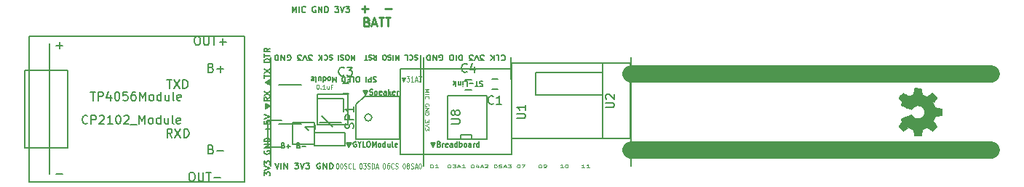
<source format=gbr>
G04 #@! TF.FileFunction,Legend,Top*
%FSLAX46Y46*%
G04 Gerber Fmt 4.6, Leading zero omitted, Abs format (unit mm)*
G04 Created by KiCad (PCBNEW 4.0.2+dfsg1-stable) date 2018年07月27日 19時18分06秒*
%MOMM*%
G01*
G04 APERTURE LIST*
%ADD10C,0.100000*%
%ADD11C,0.150000*%
%ADD12C,0.200000*%
%ADD13C,0.175000*%
%ADD14C,2.000000*%
%ADD15C,0.125000*%
%ADD16C,0.250000*%
%ADD17C,0.002540*%
G04 APERTURE END LIST*
D10*
X67755506Y-78547657D02*
X67755506Y-78519086D01*
X67731696Y-78604800D02*
X67731696Y-78519086D01*
X67707887Y-78661943D02*
X67707887Y-78519086D01*
X67684077Y-78719086D02*
X67684077Y-78519086D01*
X67660268Y-78747657D02*
X67660268Y-78519086D01*
X67636458Y-78804800D02*
X67636458Y-78519086D01*
X67612649Y-78861943D02*
X67612649Y-78519086D01*
X67588839Y-78919086D02*
X67588839Y-78519086D01*
X67565030Y-78976229D02*
X67565030Y-78519086D01*
X67541220Y-78919086D02*
X67541220Y-78519086D01*
X67517411Y-78861943D02*
X67517411Y-78519086D01*
X67493601Y-78804800D02*
X67493601Y-78519086D01*
X67469792Y-78747657D02*
X67469792Y-78519086D01*
X67445982Y-78719086D02*
X67445982Y-78519086D01*
X67422173Y-78661943D02*
X67422173Y-78519086D01*
X67398363Y-78604800D02*
X67398363Y-78519086D01*
X67374554Y-78519086D02*
X67565030Y-78947657D01*
X67755506Y-78519086D01*
X67374554Y-78547657D02*
X67374554Y-78519086D01*
X67565030Y-78976229D02*
X67350744Y-78519086D01*
X67779316Y-78519086D01*
X67565030Y-78976229D01*
X67945983Y-78376229D02*
X68255506Y-78376229D01*
X68088840Y-78604800D01*
X68160268Y-78604800D01*
X68207887Y-78633371D01*
X68231697Y-78661943D01*
X68255506Y-78719086D01*
X68255506Y-78861943D01*
X68231697Y-78919086D01*
X68207887Y-78947657D01*
X68160268Y-78976229D01*
X68017411Y-78976229D01*
X67969792Y-78947657D01*
X67945983Y-78919086D01*
X68731696Y-78976229D02*
X68445982Y-78976229D01*
X68588839Y-78976229D02*
X68588839Y-78376229D01*
X68541220Y-78461943D01*
X68493601Y-78519086D01*
X68445982Y-78547657D01*
X68922172Y-78804800D02*
X69160267Y-78804800D01*
X68874553Y-78976229D02*
X69041220Y-78376229D01*
X69207886Y-78976229D01*
X69326934Y-78376229D02*
X69660267Y-78376229D01*
X69445981Y-78976229D01*
D11*
X71245029Y-86167657D02*
X71245029Y-86139086D01*
X71216458Y-86224800D02*
X71216458Y-86139086D01*
X71187886Y-86281943D02*
X71187886Y-86139086D01*
X71159315Y-86339086D02*
X71159315Y-86139086D01*
X71130743Y-86367657D02*
X71130743Y-86139086D01*
X71102172Y-86424800D02*
X71102172Y-86139086D01*
X71073600Y-86481943D02*
X71073600Y-86139086D01*
X71045029Y-86539086D02*
X71045029Y-86139086D01*
X71016458Y-86596229D02*
X71016458Y-86139086D01*
X70987886Y-86539086D02*
X70987886Y-86139086D01*
X70959315Y-86481943D02*
X70959315Y-86139086D01*
X70930743Y-86424800D02*
X70930743Y-86139086D01*
X70902172Y-86367657D02*
X70902172Y-86139086D01*
X70873600Y-86339086D02*
X70873600Y-86139086D01*
X70845029Y-86281943D02*
X70845029Y-86139086D01*
X70816458Y-86224800D02*
X70816458Y-86139086D01*
X70787886Y-86139086D02*
X71016458Y-86567657D01*
X71245029Y-86139086D01*
X70787886Y-86167657D02*
X70787886Y-86139086D01*
X71016458Y-86596229D02*
X70759315Y-86139086D01*
X71273600Y-86139086D01*
X71016458Y-86596229D01*
X71730743Y-86281943D02*
X71816457Y-86310514D01*
X71845029Y-86339086D01*
X71873600Y-86396229D01*
X71873600Y-86481943D01*
X71845029Y-86539086D01*
X71816457Y-86567657D01*
X71759315Y-86596229D01*
X71530743Y-86596229D01*
X71530743Y-85996229D01*
X71730743Y-85996229D01*
X71787886Y-86024800D01*
X71816457Y-86053371D01*
X71845029Y-86110514D01*
X71845029Y-86167657D01*
X71816457Y-86224800D01*
X71787886Y-86253371D01*
X71730743Y-86281943D01*
X71530743Y-86281943D01*
X72130743Y-86596229D02*
X72130743Y-86196229D01*
X72130743Y-86310514D02*
X72159315Y-86253371D01*
X72187886Y-86224800D01*
X72245029Y-86196229D01*
X72302172Y-86196229D01*
X72730744Y-86567657D02*
X72673601Y-86596229D01*
X72559315Y-86596229D01*
X72502172Y-86567657D01*
X72473601Y-86510514D01*
X72473601Y-86281943D01*
X72502172Y-86224800D01*
X72559315Y-86196229D01*
X72673601Y-86196229D01*
X72730744Y-86224800D01*
X72759315Y-86281943D01*
X72759315Y-86339086D01*
X72473601Y-86396229D01*
X73273601Y-86596229D02*
X73273601Y-86281943D01*
X73245030Y-86224800D01*
X73187887Y-86196229D01*
X73073601Y-86196229D01*
X73016458Y-86224800D01*
X73273601Y-86567657D02*
X73216458Y-86596229D01*
X73073601Y-86596229D01*
X73016458Y-86567657D01*
X72987887Y-86510514D01*
X72987887Y-86453371D01*
X73016458Y-86396229D01*
X73073601Y-86367657D01*
X73216458Y-86367657D01*
X73273601Y-86339086D01*
X73816458Y-86596229D02*
X73816458Y-85996229D01*
X73816458Y-86567657D02*
X73759315Y-86596229D01*
X73645029Y-86596229D01*
X73587887Y-86567657D01*
X73559315Y-86539086D01*
X73530744Y-86481943D01*
X73530744Y-86310514D01*
X73559315Y-86253371D01*
X73587887Y-86224800D01*
X73645029Y-86196229D01*
X73759315Y-86196229D01*
X73816458Y-86224800D01*
X74102172Y-86596229D02*
X74102172Y-85996229D01*
X74102172Y-86224800D02*
X74159315Y-86196229D01*
X74273601Y-86196229D01*
X74330744Y-86224800D01*
X74359315Y-86253371D01*
X74387886Y-86310514D01*
X74387886Y-86481943D01*
X74359315Y-86539086D01*
X74330744Y-86567657D01*
X74273601Y-86596229D01*
X74159315Y-86596229D01*
X74102172Y-86567657D01*
X74730743Y-86596229D02*
X74673601Y-86567657D01*
X74645029Y-86539086D01*
X74616458Y-86481943D01*
X74616458Y-86310514D01*
X74645029Y-86253371D01*
X74673601Y-86224800D01*
X74730743Y-86196229D01*
X74816458Y-86196229D01*
X74873601Y-86224800D01*
X74902172Y-86253371D01*
X74930743Y-86310514D01*
X74930743Y-86481943D01*
X74902172Y-86539086D01*
X74873601Y-86567657D01*
X74816458Y-86596229D01*
X74730743Y-86596229D01*
X75445029Y-86596229D02*
X75445029Y-86281943D01*
X75416458Y-86224800D01*
X75359315Y-86196229D01*
X75245029Y-86196229D01*
X75187886Y-86224800D01*
X75445029Y-86567657D02*
X75387886Y-86596229D01*
X75245029Y-86596229D01*
X75187886Y-86567657D01*
X75159315Y-86510514D01*
X75159315Y-86453371D01*
X75187886Y-86396229D01*
X75245029Y-86367657D01*
X75387886Y-86367657D01*
X75445029Y-86339086D01*
X75730743Y-86596229D02*
X75730743Y-86196229D01*
X75730743Y-86310514D02*
X75759315Y-86253371D01*
X75787886Y-86224800D01*
X75845029Y-86196229D01*
X75902172Y-86196229D01*
X76359315Y-86596229D02*
X76359315Y-85996229D01*
X76359315Y-86567657D02*
X76302172Y-86596229D01*
X76187886Y-86596229D01*
X76130744Y-86567657D01*
X76102172Y-86539086D01*
X76073601Y-86481943D01*
X76073601Y-86310514D01*
X76102172Y-86253371D01*
X76130744Y-86224800D01*
X76187886Y-86196229D01*
X76302172Y-86196229D01*
X76359315Y-86224800D01*
D10*
X59850271Y-88536229D02*
X59897890Y-88536229D01*
X59945509Y-88564800D01*
X59969318Y-88593371D01*
X59993128Y-88650514D01*
X60016937Y-88764800D01*
X60016937Y-88907657D01*
X59993128Y-89021943D01*
X59969318Y-89079086D01*
X59945509Y-89107657D01*
X59897890Y-89136229D01*
X59850271Y-89136229D01*
X59802652Y-89107657D01*
X59778842Y-89079086D01*
X59755033Y-89021943D01*
X59731223Y-88907657D01*
X59731223Y-88764800D01*
X59755033Y-88650514D01*
X59778842Y-88593371D01*
X59802652Y-88564800D01*
X59850271Y-88536229D01*
X60326461Y-88536229D02*
X60374080Y-88536229D01*
X60421699Y-88564800D01*
X60445508Y-88593371D01*
X60469318Y-88650514D01*
X60493127Y-88764800D01*
X60493127Y-88907657D01*
X60469318Y-89021943D01*
X60445508Y-89079086D01*
X60421699Y-89107657D01*
X60374080Y-89136229D01*
X60326461Y-89136229D01*
X60278842Y-89107657D01*
X60255032Y-89079086D01*
X60231223Y-89021943D01*
X60207413Y-88907657D01*
X60207413Y-88764800D01*
X60231223Y-88650514D01*
X60255032Y-88593371D01*
X60278842Y-88564800D01*
X60326461Y-88536229D01*
X60683603Y-89107657D02*
X60755032Y-89136229D01*
X60874079Y-89136229D01*
X60921698Y-89107657D01*
X60945508Y-89079086D01*
X60969317Y-89021943D01*
X60969317Y-88964800D01*
X60945508Y-88907657D01*
X60921698Y-88879086D01*
X60874079Y-88850514D01*
X60778841Y-88821943D01*
X60731222Y-88793371D01*
X60707413Y-88764800D01*
X60683603Y-88707657D01*
X60683603Y-88650514D01*
X60707413Y-88593371D01*
X60731222Y-88564800D01*
X60778841Y-88536229D01*
X60897889Y-88536229D01*
X60969317Y-88564800D01*
X61469317Y-89079086D02*
X61445507Y-89107657D01*
X61374079Y-89136229D01*
X61326460Y-89136229D01*
X61255031Y-89107657D01*
X61207412Y-89050514D01*
X61183603Y-88993371D01*
X61159793Y-88879086D01*
X61159793Y-88793371D01*
X61183603Y-88679086D01*
X61207412Y-88621943D01*
X61255031Y-88564800D01*
X61326460Y-88536229D01*
X61374079Y-88536229D01*
X61445507Y-88564800D01*
X61469317Y-88593371D01*
X61921698Y-89136229D02*
X61683603Y-89136229D01*
X61683603Y-88536229D01*
X62564555Y-88536229D02*
X62612174Y-88536229D01*
X62659793Y-88564800D01*
X62683602Y-88593371D01*
X62707412Y-88650514D01*
X62731221Y-88764800D01*
X62731221Y-88907657D01*
X62707412Y-89021943D01*
X62683602Y-89079086D01*
X62659793Y-89107657D01*
X62612174Y-89136229D01*
X62564555Y-89136229D01*
X62516936Y-89107657D01*
X62493126Y-89079086D01*
X62469317Y-89021943D01*
X62445507Y-88907657D01*
X62445507Y-88764800D01*
X62469317Y-88650514D01*
X62493126Y-88593371D01*
X62516936Y-88564800D01*
X62564555Y-88536229D01*
X62897888Y-88536229D02*
X63207411Y-88536229D01*
X63040745Y-88764800D01*
X63112173Y-88764800D01*
X63159792Y-88793371D01*
X63183602Y-88821943D01*
X63207411Y-88879086D01*
X63207411Y-89021943D01*
X63183602Y-89079086D01*
X63159792Y-89107657D01*
X63112173Y-89136229D01*
X62969316Y-89136229D01*
X62921697Y-89107657D01*
X62897888Y-89079086D01*
X63397887Y-89107657D02*
X63469316Y-89136229D01*
X63588363Y-89136229D01*
X63635982Y-89107657D01*
X63659792Y-89079086D01*
X63683601Y-89021943D01*
X63683601Y-88964800D01*
X63659792Y-88907657D01*
X63635982Y-88879086D01*
X63588363Y-88850514D01*
X63493125Y-88821943D01*
X63445506Y-88793371D01*
X63421697Y-88764800D01*
X63397887Y-88707657D01*
X63397887Y-88650514D01*
X63421697Y-88593371D01*
X63445506Y-88564800D01*
X63493125Y-88536229D01*
X63612173Y-88536229D01*
X63683601Y-88564800D01*
X63897887Y-89136229D02*
X63897887Y-88536229D01*
X64016934Y-88536229D01*
X64088363Y-88564800D01*
X64135982Y-88621943D01*
X64159791Y-88679086D01*
X64183601Y-88793371D01*
X64183601Y-88879086D01*
X64159791Y-88993371D01*
X64135982Y-89050514D01*
X64088363Y-89107657D01*
X64016934Y-89136229D01*
X63897887Y-89136229D01*
X64374077Y-88964800D02*
X64612172Y-88964800D01*
X64326458Y-89136229D02*
X64493125Y-88536229D01*
X64659791Y-89136229D01*
X65302648Y-88536229D02*
X65350267Y-88536229D01*
X65397886Y-88564800D01*
X65421695Y-88593371D01*
X65445505Y-88650514D01*
X65469314Y-88764800D01*
X65469314Y-88907657D01*
X65445505Y-89021943D01*
X65421695Y-89079086D01*
X65397886Y-89107657D01*
X65350267Y-89136229D01*
X65302648Y-89136229D01*
X65255029Y-89107657D01*
X65231219Y-89079086D01*
X65207410Y-89021943D01*
X65183600Y-88907657D01*
X65183600Y-88764800D01*
X65207410Y-88650514D01*
X65231219Y-88593371D01*
X65255029Y-88564800D01*
X65302648Y-88536229D01*
X65897885Y-88536229D02*
X65802647Y-88536229D01*
X65755028Y-88564800D01*
X65731219Y-88593371D01*
X65683600Y-88679086D01*
X65659790Y-88793371D01*
X65659790Y-89021943D01*
X65683600Y-89079086D01*
X65707409Y-89107657D01*
X65755028Y-89136229D01*
X65850266Y-89136229D01*
X65897885Y-89107657D01*
X65921695Y-89079086D01*
X65945504Y-89021943D01*
X65945504Y-88879086D01*
X65921695Y-88821943D01*
X65897885Y-88793371D01*
X65850266Y-88764800D01*
X65755028Y-88764800D01*
X65707409Y-88793371D01*
X65683600Y-88821943D01*
X65659790Y-88879086D01*
X66445504Y-89079086D02*
X66421694Y-89107657D01*
X66350266Y-89136229D01*
X66302647Y-89136229D01*
X66231218Y-89107657D01*
X66183599Y-89050514D01*
X66159790Y-88993371D01*
X66135980Y-88879086D01*
X66135980Y-88793371D01*
X66159790Y-88679086D01*
X66183599Y-88621943D01*
X66231218Y-88564800D01*
X66302647Y-88536229D01*
X66350266Y-88536229D01*
X66421694Y-88564800D01*
X66445504Y-88593371D01*
X66635980Y-89107657D02*
X66707409Y-89136229D01*
X66826456Y-89136229D01*
X66874075Y-89107657D01*
X66897885Y-89079086D01*
X66921694Y-89021943D01*
X66921694Y-88964800D01*
X66897885Y-88907657D01*
X66874075Y-88879086D01*
X66826456Y-88850514D01*
X66731218Y-88821943D01*
X66683599Y-88793371D01*
X66659790Y-88764800D01*
X66635980Y-88707657D01*
X66635980Y-88650514D01*
X66659790Y-88593371D01*
X66683599Y-88564800D01*
X66731218Y-88536229D01*
X66850266Y-88536229D01*
X66921694Y-88564800D01*
X67612170Y-88536229D02*
X67659789Y-88536229D01*
X67707408Y-88564800D01*
X67731217Y-88593371D01*
X67755027Y-88650514D01*
X67778836Y-88764800D01*
X67778836Y-88907657D01*
X67755027Y-89021943D01*
X67731217Y-89079086D01*
X67707408Y-89107657D01*
X67659789Y-89136229D01*
X67612170Y-89136229D01*
X67564551Y-89107657D01*
X67540741Y-89079086D01*
X67516932Y-89021943D01*
X67493122Y-88907657D01*
X67493122Y-88764800D01*
X67516932Y-88650514D01*
X67540741Y-88593371D01*
X67564551Y-88564800D01*
X67612170Y-88536229D01*
X68064550Y-88793371D02*
X68016931Y-88764800D01*
X67993122Y-88736229D01*
X67969312Y-88679086D01*
X67969312Y-88650514D01*
X67993122Y-88593371D01*
X68016931Y-88564800D01*
X68064550Y-88536229D01*
X68159788Y-88536229D01*
X68207407Y-88564800D01*
X68231217Y-88593371D01*
X68255026Y-88650514D01*
X68255026Y-88679086D01*
X68231217Y-88736229D01*
X68207407Y-88764800D01*
X68159788Y-88793371D01*
X68064550Y-88793371D01*
X68016931Y-88821943D01*
X67993122Y-88850514D01*
X67969312Y-88907657D01*
X67969312Y-89021943D01*
X67993122Y-89079086D01*
X68016931Y-89107657D01*
X68064550Y-89136229D01*
X68159788Y-89136229D01*
X68207407Y-89107657D01*
X68231217Y-89079086D01*
X68255026Y-89021943D01*
X68255026Y-88907657D01*
X68231217Y-88850514D01*
X68207407Y-88821943D01*
X68159788Y-88793371D01*
X68445502Y-89107657D02*
X68516931Y-89136229D01*
X68635978Y-89136229D01*
X68683597Y-89107657D01*
X68707407Y-89079086D01*
X68731216Y-89021943D01*
X68731216Y-88964800D01*
X68707407Y-88907657D01*
X68683597Y-88879086D01*
X68635978Y-88850514D01*
X68540740Y-88821943D01*
X68493121Y-88793371D01*
X68469312Y-88764800D01*
X68445502Y-88707657D01*
X68445502Y-88650514D01*
X68469312Y-88593371D01*
X68493121Y-88564800D01*
X68540740Y-88536229D01*
X68659788Y-88536229D01*
X68731216Y-88564800D01*
X68921692Y-88964800D02*
X69159787Y-88964800D01*
X68874073Y-89136229D02*
X69040740Y-88536229D01*
X69207406Y-89136229D01*
X69469311Y-88536229D02*
X69516930Y-88536229D01*
X69564549Y-88564800D01*
X69588358Y-88593371D01*
X69612168Y-88650514D01*
X69635977Y-88764800D01*
X69635977Y-88907657D01*
X69612168Y-89021943D01*
X69588358Y-89079086D01*
X69564549Y-89107657D01*
X69516930Y-89136229D01*
X69469311Y-89136229D01*
X69421692Y-89107657D01*
X69397882Y-89079086D01*
X69374073Y-89021943D01*
X69350263Y-88907657D01*
X69350263Y-88764800D01*
X69374073Y-88650514D01*
X69397882Y-88593371D01*
X69421692Y-88564800D01*
X69469311Y-88536229D01*
X70806166Y-88645752D02*
X70863309Y-88645752D01*
X70920452Y-88664800D01*
X70949023Y-88683848D01*
X70977594Y-88721943D01*
X71006166Y-88798133D01*
X71006166Y-88893371D01*
X70977594Y-88969562D01*
X70949023Y-89007657D01*
X70920452Y-89026705D01*
X70863309Y-89045752D01*
X70806166Y-89045752D01*
X70749023Y-89026705D01*
X70720452Y-89007657D01*
X70691880Y-88969562D01*
X70663309Y-88893371D01*
X70663309Y-88798133D01*
X70691880Y-88721943D01*
X70720452Y-88683848D01*
X70749023Y-88664800D01*
X70806166Y-88645752D01*
X71577595Y-89045752D02*
X71234738Y-89045752D01*
X71406166Y-89045752D02*
X71406166Y-88645752D01*
X71349023Y-88702895D01*
X71291881Y-88740990D01*
X71234738Y-88760038D01*
X72863310Y-88645752D02*
X72920453Y-88645752D01*
X72977596Y-88664800D01*
X73006167Y-88683848D01*
X73034738Y-88721943D01*
X73063310Y-88798133D01*
X73063310Y-88893371D01*
X73034738Y-88969562D01*
X73006167Y-89007657D01*
X72977596Y-89026705D01*
X72920453Y-89045752D01*
X72863310Y-89045752D01*
X72806167Y-89026705D01*
X72777596Y-89007657D01*
X72749024Y-88969562D01*
X72720453Y-88893371D01*
X72720453Y-88798133D01*
X72749024Y-88721943D01*
X72777596Y-88683848D01*
X72806167Y-88664800D01*
X72863310Y-88645752D01*
X73263310Y-88645752D02*
X73634739Y-88645752D01*
X73434739Y-88798133D01*
X73520453Y-88798133D01*
X73577596Y-88817181D01*
X73606167Y-88836229D01*
X73634739Y-88874324D01*
X73634739Y-88969562D01*
X73606167Y-89007657D01*
X73577596Y-89026705D01*
X73520453Y-89045752D01*
X73349025Y-89045752D01*
X73291882Y-89026705D01*
X73263310Y-89007657D01*
X73863311Y-88931467D02*
X74149025Y-88931467D01*
X73806168Y-89045752D02*
X74006168Y-88645752D01*
X74206168Y-89045752D01*
X74720454Y-89045752D02*
X74377597Y-89045752D01*
X74549025Y-89045752D02*
X74549025Y-88645752D01*
X74491882Y-88702895D01*
X74434740Y-88740990D01*
X74377597Y-88760038D01*
X75549026Y-88645752D02*
X75606169Y-88645752D01*
X75663312Y-88664800D01*
X75691883Y-88683848D01*
X75720454Y-88721943D01*
X75749026Y-88798133D01*
X75749026Y-88893371D01*
X75720454Y-88969562D01*
X75691883Y-89007657D01*
X75663312Y-89026705D01*
X75606169Y-89045752D01*
X75549026Y-89045752D01*
X75491883Y-89026705D01*
X75463312Y-89007657D01*
X75434740Y-88969562D01*
X75406169Y-88893371D01*
X75406169Y-88798133D01*
X75434740Y-88721943D01*
X75463312Y-88683848D01*
X75491883Y-88664800D01*
X75549026Y-88645752D01*
X76263312Y-88779086D02*
X76263312Y-89045752D01*
X76120455Y-88626705D02*
X75977598Y-88912419D01*
X76349026Y-88912419D01*
X76549027Y-88931467D02*
X76834741Y-88931467D01*
X76491884Y-89045752D02*
X76691884Y-88645752D01*
X76891884Y-89045752D01*
X77063313Y-88683848D02*
X77091884Y-88664800D01*
X77149027Y-88645752D01*
X77291884Y-88645752D01*
X77349027Y-88664800D01*
X77377598Y-88683848D01*
X77406170Y-88721943D01*
X77406170Y-88760038D01*
X77377598Y-88817181D01*
X77034741Y-89045752D01*
X77406170Y-89045752D01*
X78234742Y-88645752D02*
X78291885Y-88645752D01*
X78349028Y-88664800D01*
X78377599Y-88683848D01*
X78406170Y-88721943D01*
X78434742Y-88798133D01*
X78434742Y-88893371D01*
X78406170Y-88969562D01*
X78377599Y-89007657D01*
X78349028Y-89026705D01*
X78291885Y-89045752D01*
X78234742Y-89045752D01*
X78177599Y-89026705D01*
X78149028Y-89007657D01*
X78120456Y-88969562D01*
X78091885Y-88893371D01*
X78091885Y-88798133D01*
X78120456Y-88721943D01*
X78149028Y-88683848D01*
X78177599Y-88664800D01*
X78234742Y-88645752D01*
X78977599Y-88645752D02*
X78691885Y-88645752D01*
X78663314Y-88836229D01*
X78691885Y-88817181D01*
X78749028Y-88798133D01*
X78891885Y-88798133D01*
X78949028Y-88817181D01*
X78977599Y-88836229D01*
X79006171Y-88874324D01*
X79006171Y-88969562D01*
X78977599Y-89007657D01*
X78949028Y-89026705D01*
X78891885Y-89045752D01*
X78749028Y-89045752D01*
X78691885Y-89026705D01*
X78663314Y-89007657D01*
X79234743Y-88931467D02*
X79520457Y-88931467D01*
X79177600Y-89045752D02*
X79377600Y-88645752D01*
X79577600Y-89045752D01*
X79720457Y-88645752D02*
X80091886Y-88645752D01*
X79891886Y-88798133D01*
X79977600Y-88798133D01*
X80034743Y-88817181D01*
X80063314Y-88836229D01*
X80091886Y-88874324D01*
X80091886Y-88969562D01*
X80063314Y-89007657D01*
X80034743Y-89026705D01*
X79977600Y-89045752D01*
X79806172Y-89045752D01*
X79749029Y-89026705D01*
X79720457Y-89007657D01*
X80920458Y-88645752D02*
X80977601Y-88645752D01*
X81034744Y-88664800D01*
X81063315Y-88683848D01*
X81091886Y-88721943D01*
X81120458Y-88798133D01*
X81120458Y-88893371D01*
X81091886Y-88969562D01*
X81063315Y-89007657D01*
X81034744Y-89026705D01*
X80977601Y-89045752D01*
X80920458Y-89045752D01*
X80863315Y-89026705D01*
X80834744Y-89007657D01*
X80806172Y-88969562D01*
X80777601Y-88893371D01*
X80777601Y-88798133D01*
X80806172Y-88721943D01*
X80834744Y-88683848D01*
X80863315Y-88664800D01*
X80920458Y-88645752D01*
X81320458Y-88645752D02*
X81720458Y-88645752D01*
X81463315Y-89045752D01*
X83434745Y-88645752D02*
X83491888Y-88645752D01*
X83549031Y-88664800D01*
X83577602Y-88683848D01*
X83606173Y-88721943D01*
X83634745Y-88798133D01*
X83634745Y-88893371D01*
X83606173Y-88969562D01*
X83577602Y-89007657D01*
X83549031Y-89026705D01*
X83491888Y-89045752D01*
X83434745Y-89045752D01*
X83377602Y-89026705D01*
X83349031Y-89007657D01*
X83320459Y-88969562D01*
X83291888Y-88893371D01*
X83291888Y-88798133D01*
X83320459Y-88721943D01*
X83349031Y-88683848D01*
X83377602Y-88664800D01*
X83434745Y-88645752D01*
X83920460Y-89045752D02*
X84034745Y-89045752D01*
X84091888Y-89026705D01*
X84120460Y-89007657D01*
X84177602Y-88950514D01*
X84206174Y-88874324D01*
X84206174Y-88721943D01*
X84177602Y-88683848D01*
X84149031Y-88664800D01*
X84091888Y-88645752D01*
X83977602Y-88645752D01*
X83920460Y-88664800D01*
X83891888Y-88683848D01*
X83863317Y-88721943D01*
X83863317Y-88817181D01*
X83891888Y-88855276D01*
X83920460Y-88874324D01*
X83977602Y-88893371D01*
X84091888Y-88893371D01*
X84149031Y-88874324D01*
X84177602Y-88855276D01*
X84206174Y-88817181D01*
X86149032Y-89045752D02*
X85806175Y-89045752D01*
X85977603Y-89045752D02*
X85977603Y-88645752D01*
X85920460Y-88702895D01*
X85863318Y-88740990D01*
X85806175Y-88760038D01*
X86520461Y-88645752D02*
X86577604Y-88645752D01*
X86634747Y-88664800D01*
X86663318Y-88683848D01*
X86691889Y-88721943D01*
X86720461Y-88798133D01*
X86720461Y-88893371D01*
X86691889Y-88969562D01*
X86663318Y-89007657D01*
X86634747Y-89026705D01*
X86577604Y-89045752D01*
X86520461Y-89045752D01*
X86463318Y-89026705D01*
X86434747Y-89007657D01*
X86406175Y-88969562D01*
X86377604Y-88893371D01*
X86377604Y-88798133D01*
X86406175Y-88721943D01*
X86434747Y-88683848D01*
X86463318Y-88664800D01*
X86520461Y-88645752D01*
X88663319Y-89045752D02*
X88320462Y-89045752D01*
X88491890Y-89045752D02*
X88491890Y-88645752D01*
X88434747Y-88702895D01*
X88377605Y-88740990D01*
X88320462Y-88760038D01*
X89234748Y-89045752D02*
X88891891Y-89045752D01*
X89063319Y-89045752D02*
X89063319Y-88645752D01*
X89006176Y-88702895D01*
X88949034Y-88740990D01*
X88891891Y-88760038D01*
D11*
X52619029Y-88536229D02*
X52859029Y-89136229D01*
X53099029Y-88536229D01*
X53339030Y-89136229D02*
X53339030Y-88536229D01*
X53681887Y-89136229D02*
X53681887Y-88536229D01*
X54093315Y-89136229D01*
X54093315Y-88536229D01*
X54916172Y-88536229D02*
X55361886Y-88536229D01*
X55121886Y-88764800D01*
X55224744Y-88764800D01*
X55293315Y-88793371D01*
X55327601Y-88821943D01*
X55361886Y-88879086D01*
X55361886Y-89021943D01*
X55327601Y-89079086D01*
X55293315Y-89107657D01*
X55224744Y-89136229D01*
X55019029Y-89136229D01*
X54950458Y-89107657D01*
X54916172Y-89079086D01*
X55567600Y-88536229D02*
X55807600Y-89136229D01*
X56047600Y-88536229D01*
X56219029Y-88536229D02*
X56664743Y-88536229D01*
X56424743Y-88764800D01*
X56527601Y-88764800D01*
X56596172Y-88793371D01*
X56630458Y-88821943D01*
X56664743Y-88879086D01*
X56664743Y-89021943D01*
X56630458Y-89079086D01*
X56596172Y-89107657D01*
X56527601Y-89136229D01*
X56321886Y-89136229D01*
X56253315Y-89107657D01*
X56219029Y-89079086D01*
X57899028Y-88564800D02*
X57830457Y-88536229D01*
X57727600Y-88536229D01*
X57624743Y-88564800D01*
X57556171Y-88621943D01*
X57521886Y-88679086D01*
X57487600Y-88793371D01*
X57487600Y-88879086D01*
X57521886Y-88993371D01*
X57556171Y-89050514D01*
X57624743Y-89107657D01*
X57727600Y-89136229D01*
X57796171Y-89136229D01*
X57899028Y-89107657D01*
X57933314Y-89079086D01*
X57933314Y-88879086D01*
X57796171Y-88879086D01*
X58241886Y-89136229D02*
X58241886Y-88536229D01*
X58653314Y-89136229D01*
X58653314Y-88536229D01*
X58996172Y-89136229D02*
X58996172Y-88536229D01*
X59167600Y-88536229D01*
X59270457Y-88564800D01*
X59339029Y-88621943D01*
X59373314Y-88679086D01*
X59407600Y-88793371D01*
X59407600Y-88879086D01*
X59373314Y-88993371D01*
X59339029Y-89050514D01*
X59270457Y-89107657D01*
X59167600Y-89136229D01*
X58996172Y-89136229D01*
X63394743Y-80071657D02*
X63394743Y-80043086D01*
X63366172Y-80128800D02*
X63366172Y-80043086D01*
X63337600Y-80185943D02*
X63337600Y-80043086D01*
X63309029Y-80243086D02*
X63309029Y-80043086D01*
X63280457Y-80271657D02*
X63280457Y-80043086D01*
X63251886Y-80328800D02*
X63251886Y-80043086D01*
X63223314Y-80385943D02*
X63223314Y-80043086D01*
X63194743Y-80443086D02*
X63194743Y-80043086D01*
X63166172Y-80500229D02*
X63166172Y-80043086D01*
X63137600Y-80443086D02*
X63137600Y-80043086D01*
X63109029Y-80385943D02*
X63109029Y-80043086D01*
X63080457Y-80328800D02*
X63080457Y-80043086D01*
X63051886Y-80271657D02*
X63051886Y-80043086D01*
X63023314Y-80243086D02*
X63023314Y-80043086D01*
X62994743Y-80185943D02*
X62994743Y-80043086D01*
X62966172Y-80128800D02*
X62966172Y-80043086D01*
X62937600Y-80043086D02*
X63166172Y-80471657D01*
X63394743Y-80043086D01*
X62937600Y-80071657D02*
X62937600Y-80043086D01*
X63166172Y-80500229D02*
X62909029Y-80043086D01*
X63423314Y-80043086D01*
X63166172Y-80500229D01*
X63651886Y-80471657D02*
X63737600Y-80500229D01*
X63880457Y-80500229D01*
X63937600Y-80471657D01*
X63966171Y-80443086D01*
X63994743Y-80385943D01*
X63994743Y-80328800D01*
X63966171Y-80271657D01*
X63937600Y-80243086D01*
X63880457Y-80214514D01*
X63766171Y-80185943D01*
X63709029Y-80157371D01*
X63680457Y-80128800D01*
X63651886Y-80071657D01*
X63651886Y-80014514D01*
X63680457Y-79957371D01*
X63709029Y-79928800D01*
X63766171Y-79900229D01*
X63909029Y-79900229D01*
X63994743Y-79928800D01*
X64251886Y-80100229D02*
X64251886Y-80700229D01*
X64251886Y-80128800D02*
X64309029Y-80100229D01*
X64423315Y-80100229D01*
X64480458Y-80128800D01*
X64509029Y-80157371D01*
X64537600Y-80214514D01*
X64537600Y-80385943D01*
X64509029Y-80443086D01*
X64480458Y-80471657D01*
X64423315Y-80500229D01*
X64309029Y-80500229D01*
X64251886Y-80471657D01*
X65023315Y-80471657D02*
X64966172Y-80500229D01*
X64851886Y-80500229D01*
X64794743Y-80471657D01*
X64766172Y-80414514D01*
X64766172Y-80185943D01*
X64794743Y-80128800D01*
X64851886Y-80100229D01*
X64966172Y-80100229D01*
X65023315Y-80128800D01*
X65051886Y-80185943D01*
X65051886Y-80243086D01*
X64766172Y-80300229D01*
X65566172Y-80500229D02*
X65566172Y-80185943D01*
X65537601Y-80128800D01*
X65480458Y-80100229D01*
X65366172Y-80100229D01*
X65309029Y-80128800D01*
X65566172Y-80471657D02*
X65509029Y-80500229D01*
X65366172Y-80500229D01*
X65309029Y-80471657D01*
X65280458Y-80414514D01*
X65280458Y-80357371D01*
X65309029Y-80300229D01*
X65366172Y-80271657D01*
X65509029Y-80271657D01*
X65566172Y-80243086D01*
X65851886Y-80500229D02*
X65851886Y-79900229D01*
X65909029Y-80271657D02*
X66080458Y-80500229D01*
X66080458Y-80100229D02*
X65851886Y-80328800D01*
X66566172Y-80471657D02*
X66509029Y-80500229D01*
X66394743Y-80500229D01*
X66337600Y-80471657D01*
X66309029Y-80414514D01*
X66309029Y-80185943D01*
X66337600Y-80128800D01*
X66394743Y-80100229D01*
X66509029Y-80100229D01*
X66566172Y-80128800D01*
X66594743Y-80185943D01*
X66594743Y-80243086D01*
X66309029Y-80300229D01*
X66851886Y-80500229D02*
X66851886Y-80100229D01*
X66851886Y-80214514D02*
X66880458Y-80157371D01*
X66909029Y-80128800D01*
X66966172Y-80100229D01*
X67023315Y-80100229D01*
D12*
X58079600Y-83022800D02*
X59349600Y-84292800D01*
D11*
X61464458Y-86167657D02*
X61464458Y-86139086D01*
X61435887Y-86224800D02*
X61435887Y-86139086D01*
X61407315Y-86281943D02*
X61407315Y-86139086D01*
X61378744Y-86339086D02*
X61378744Y-86139086D01*
X61350172Y-86367657D02*
X61350172Y-86139086D01*
X61321601Y-86424800D02*
X61321601Y-86139086D01*
X61293029Y-86481943D02*
X61293029Y-86139086D01*
X61264458Y-86539086D02*
X61264458Y-86139086D01*
X61235887Y-86596229D02*
X61235887Y-86139086D01*
X61207315Y-86539086D02*
X61207315Y-86139086D01*
X61178744Y-86481943D02*
X61178744Y-86139086D01*
X61150172Y-86424800D02*
X61150172Y-86139086D01*
X61121601Y-86367657D02*
X61121601Y-86139086D01*
X61093029Y-86339086D02*
X61093029Y-86139086D01*
X61064458Y-86281943D02*
X61064458Y-86139086D01*
X61035887Y-86224800D02*
X61035887Y-86139086D01*
X61007315Y-86139086D02*
X61235887Y-86567657D01*
X61464458Y-86139086D01*
X61007315Y-86167657D02*
X61007315Y-86139086D01*
X61235887Y-86596229D02*
X60978744Y-86139086D01*
X61493029Y-86139086D01*
X61235887Y-86596229D01*
X62064458Y-86024800D02*
X62007315Y-85996229D01*
X61921601Y-85996229D01*
X61835886Y-86024800D01*
X61778744Y-86081943D01*
X61750172Y-86139086D01*
X61721601Y-86253371D01*
X61721601Y-86339086D01*
X61750172Y-86453371D01*
X61778744Y-86510514D01*
X61835886Y-86567657D01*
X61921601Y-86596229D01*
X61978744Y-86596229D01*
X62064458Y-86567657D01*
X62093029Y-86539086D01*
X62093029Y-86339086D01*
X61978744Y-86339086D01*
X62464458Y-86310514D02*
X62464458Y-86596229D01*
X62264458Y-85996229D02*
X62464458Y-86310514D01*
X62664458Y-85996229D01*
X63150172Y-86596229D02*
X62864458Y-86596229D01*
X62864458Y-85996229D01*
X63464458Y-85996229D02*
X63578744Y-85996229D01*
X63635886Y-86024800D01*
X63693029Y-86081943D01*
X63721601Y-86196229D01*
X63721601Y-86396229D01*
X63693029Y-86510514D01*
X63635886Y-86567657D01*
X63578744Y-86596229D01*
X63464458Y-86596229D01*
X63407315Y-86567657D01*
X63350172Y-86510514D01*
X63321601Y-86396229D01*
X63321601Y-86196229D01*
X63350172Y-86081943D01*
X63407315Y-86024800D01*
X63464458Y-85996229D01*
X63978743Y-86596229D02*
X63978743Y-85996229D01*
X64178743Y-86424800D01*
X64378743Y-85996229D01*
X64378743Y-86596229D01*
X64750171Y-86596229D02*
X64693029Y-86567657D01*
X64664457Y-86539086D01*
X64635886Y-86481943D01*
X64635886Y-86310514D01*
X64664457Y-86253371D01*
X64693029Y-86224800D01*
X64750171Y-86196229D01*
X64835886Y-86196229D01*
X64893029Y-86224800D01*
X64921600Y-86253371D01*
X64950171Y-86310514D01*
X64950171Y-86481943D01*
X64921600Y-86539086D01*
X64893029Y-86567657D01*
X64835886Y-86596229D01*
X64750171Y-86596229D01*
X65464457Y-86596229D02*
X65464457Y-85996229D01*
X65464457Y-86567657D02*
X65407314Y-86596229D01*
X65293028Y-86596229D01*
X65235886Y-86567657D01*
X65207314Y-86539086D01*
X65178743Y-86481943D01*
X65178743Y-86310514D01*
X65207314Y-86253371D01*
X65235886Y-86224800D01*
X65293028Y-86196229D01*
X65407314Y-86196229D01*
X65464457Y-86224800D01*
X66007314Y-86196229D02*
X66007314Y-86596229D01*
X65750171Y-86196229D02*
X65750171Y-86510514D01*
X65778743Y-86567657D01*
X65835885Y-86596229D01*
X65921600Y-86596229D01*
X65978743Y-86567657D01*
X66007314Y-86539086D01*
X66378742Y-86596229D02*
X66321600Y-86567657D01*
X66293028Y-86510514D01*
X66293028Y-85996229D01*
X66835886Y-86567657D02*
X66778743Y-86596229D01*
X66664457Y-86596229D01*
X66607314Y-86567657D01*
X66578743Y-86510514D01*
X66578743Y-86281943D01*
X66607314Y-86224800D01*
X66664457Y-86196229D01*
X66778743Y-86196229D01*
X66835886Y-86224800D01*
X66864457Y-86281943D01*
X66864457Y-86339086D01*
X66578743Y-86396229D01*
X64391028Y-78461943D02*
X64305314Y-78433371D01*
X64162457Y-78433371D01*
X64105314Y-78461943D01*
X64076743Y-78490514D01*
X64048171Y-78547657D01*
X64048171Y-78604800D01*
X64076743Y-78661943D01*
X64105314Y-78690514D01*
X64162457Y-78719086D01*
X64276743Y-78747657D01*
X64333885Y-78776229D01*
X64362457Y-78804800D01*
X64391028Y-78861943D01*
X64391028Y-78919086D01*
X64362457Y-78976229D01*
X64333885Y-79004800D01*
X64276743Y-79033371D01*
X64133885Y-79033371D01*
X64048171Y-79004800D01*
X63791028Y-78433371D02*
X63791028Y-79033371D01*
X63562456Y-79033371D01*
X63505314Y-79004800D01*
X63476742Y-78976229D01*
X63448171Y-78919086D01*
X63448171Y-78833371D01*
X63476742Y-78776229D01*
X63505314Y-78747657D01*
X63562456Y-78719086D01*
X63791028Y-78719086D01*
X63191028Y-78433371D02*
X63191028Y-79033371D01*
X62333885Y-79033371D02*
X62219599Y-79033371D01*
X62162457Y-79004800D01*
X62105314Y-78947657D01*
X62076742Y-78833371D01*
X62076742Y-78633371D01*
X62105314Y-78519086D01*
X62162457Y-78461943D01*
X62219599Y-78433371D01*
X62333885Y-78433371D01*
X62391028Y-78461943D01*
X62448171Y-78519086D01*
X62476742Y-78633371D01*
X62476742Y-78833371D01*
X62448171Y-78947657D01*
X62391028Y-79004800D01*
X62333885Y-79033371D01*
X61533886Y-78433371D02*
X61819600Y-78433371D01*
X61819600Y-79033371D01*
X61333886Y-78747657D02*
X61133886Y-78747657D01*
X61048172Y-78433371D02*
X61333886Y-78433371D01*
X61333886Y-79033371D01*
X61048172Y-79033371D01*
X60791029Y-78433371D02*
X60791029Y-79033371D01*
X60648172Y-79033371D01*
X60562457Y-79004800D01*
X60505315Y-78947657D01*
X60476743Y-78890514D01*
X60448172Y-78776229D01*
X60448172Y-78690514D01*
X60476743Y-78576229D01*
X60505315Y-78519086D01*
X60562457Y-78461943D01*
X60648172Y-78433371D01*
X60791029Y-78433371D01*
X59733886Y-78433371D02*
X59733886Y-79033371D01*
X59533886Y-78604800D01*
X59333886Y-79033371D01*
X59333886Y-78433371D01*
X58962458Y-78433371D02*
X59019600Y-78461943D01*
X59048172Y-78490514D01*
X59076743Y-78547657D01*
X59076743Y-78719086D01*
X59048172Y-78776229D01*
X59019600Y-78804800D01*
X58962458Y-78833371D01*
X58876743Y-78833371D01*
X58819600Y-78804800D01*
X58791029Y-78776229D01*
X58762458Y-78719086D01*
X58762458Y-78547657D01*
X58791029Y-78490514D01*
X58819600Y-78461943D01*
X58876743Y-78433371D01*
X58962458Y-78433371D01*
X58248172Y-78433371D02*
X58248172Y-79033371D01*
X58248172Y-78461943D02*
X58305315Y-78433371D01*
X58419601Y-78433371D01*
X58476743Y-78461943D01*
X58505315Y-78490514D01*
X58533886Y-78547657D01*
X58533886Y-78719086D01*
X58505315Y-78776229D01*
X58476743Y-78804800D01*
X58419601Y-78833371D01*
X58305315Y-78833371D01*
X58248172Y-78804800D01*
X57705315Y-78833371D02*
X57705315Y-78433371D01*
X57962458Y-78833371D02*
X57962458Y-78519086D01*
X57933886Y-78461943D01*
X57876744Y-78433371D01*
X57791029Y-78433371D01*
X57733886Y-78461943D01*
X57705315Y-78490514D01*
X57333887Y-78433371D02*
X57391029Y-78461943D01*
X57419601Y-78519086D01*
X57419601Y-79033371D01*
X56876743Y-78461943D02*
X56933886Y-78433371D01*
X57048172Y-78433371D01*
X57105315Y-78461943D01*
X57133886Y-78519086D01*
X57133886Y-78747657D01*
X57105315Y-78804800D01*
X57048172Y-78833371D01*
X56933886Y-78833371D01*
X56876743Y-78804800D01*
X56848172Y-78747657D01*
X56848172Y-78690514D01*
X57133886Y-78633371D01*
X76769028Y-78969943D02*
X76683314Y-78941371D01*
X76540457Y-78941371D01*
X76483314Y-78969943D01*
X76454743Y-78998514D01*
X76426171Y-79055657D01*
X76426171Y-79112800D01*
X76454743Y-79169943D01*
X76483314Y-79198514D01*
X76540457Y-79227086D01*
X76654743Y-79255657D01*
X76711885Y-79284229D01*
X76740457Y-79312800D01*
X76769028Y-79369943D01*
X76769028Y-79427086D01*
X76740457Y-79484229D01*
X76711885Y-79512800D01*
X76654743Y-79541371D01*
X76511885Y-79541371D01*
X76426171Y-79512800D01*
X76254742Y-79541371D02*
X75911885Y-79541371D01*
X76083314Y-78941371D02*
X76083314Y-79541371D01*
X75711885Y-79169943D02*
X75254742Y-79169943D01*
X74683314Y-78941371D02*
X74969028Y-78941371D01*
X74969028Y-79541371D01*
X74483314Y-78941371D02*
X74483314Y-79341371D01*
X74483314Y-79541371D02*
X74511885Y-79512800D01*
X74483314Y-79484229D01*
X74454742Y-79512800D01*
X74483314Y-79541371D01*
X74483314Y-79484229D01*
X74197600Y-79341371D02*
X74197600Y-78941371D01*
X74197600Y-79284229D02*
X74169028Y-79312800D01*
X74111886Y-79341371D01*
X74026171Y-79341371D01*
X73969028Y-79312800D01*
X73940457Y-79255657D01*
X73940457Y-78941371D01*
X73654743Y-78941371D02*
X73654743Y-79541371D01*
X73597600Y-79169943D02*
X73426171Y-78941371D01*
X73426171Y-79341371D02*
X73654743Y-79112800D01*
X78976932Y-75950514D02*
X79010266Y-75921943D01*
X79110266Y-75893371D01*
X79176932Y-75893371D01*
X79276932Y-75921943D01*
X79343599Y-75979086D01*
X79376932Y-76036229D01*
X79410266Y-76150514D01*
X79410266Y-76236229D01*
X79376932Y-76350514D01*
X79343599Y-76407657D01*
X79276932Y-76464800D01*
X79176932Y-76493371D01*
X79110266Y-76493371D01*
X79010266Y-76464800D01*
X78976932Y-76436229D01*
X78343599Y-75893371D02*
X78676932Y-75893371D01*
X78676932Y-76493371D01*
X78110265Y-75893371D02*
X78110265Y-76493371D01*
X77710265Y-75893371D02*
X78010265Y-76236229D01*
X77710265Y-76493371D02*
X78110265Y-76150514D01*
X76943599Y-76493371D02*
X76510266Y-76493371D01*
X76743599Y-76264800D01*
X76643599Y-76264800D01*
X76576932Y-76236229D01*
X76543599Y-76207657D01*
X76510266Y-76150514D01*
X76510266Y-76007657D01*
X76543599Y-75950514D01*
X76576932Y-75921943D01*
X76643599Y-75893371D01*
X76843599Y-75893371D01*
X76910266Y-75921943D01*
X76943599Y-75950514D01*
X76310265Y-76493371D02*
X76076932Y-75893371D01*
X75843599Y-76493371D01*
X75676932Y-76493371D02*
X75243599Y-76493371D01*
X75476932Y-76264800D01*
X75376932Y-76264800D01*
X75310265Y-76236229D01*
X75276932Y-76207657D01*
X75243599Y-76150514D01*
X75243599Y-76007657D01*
X75276932Y-75950514D01*
X75310265Y-75921943D01*
X75376932Y-75893371D01*
X75576932Y-75893371D01*
X75643599Y-75921943D01*
X75676932Y-75950514D01*
X74410265Y-75893371D02*
X74410265Y-76493371D01*
X74243599Y-76493371D01*
X74143599Y-76464800D01*
X74076932Y-76407657D01*
X74043599Y-76350514D01*
X74010265Y-76236229D01*
X74010265Y-76150514D01*
X74043599Y-76036229D01*
X74076932Y-75979086D01*
X74143599Y-75921943D01*
X74243599Y-75893371D01*
X74410265Y-75893371D01*
X73710265Y-75893371D02*
X73710265Y-76493371D01*
X73243599Y-76493371D02*
X73110266Y-76493371D01*
X73043599Y-76464800D01*
X72976932Y-76407657D01*
X72943599Y-76293371D01*
X72943599Y-76093371D01*
X72976932Y-75979086D01*
X73043599Y-75921943D01*
X73110266Y-75893371D01*
X73243599Y-75893371D01*
X73310266Y-75921943D01*
X73376932Y-75979086D01*
X73410266Y-76093371D01*
X73410266Y-76293371D01*
X73376932Y-76407657D01*
X73310266Y-76464800D01*
X73243599Y-76493371D01*
X71743600Y-76464800D02*
X71810266Y-76493371D01*
X71910266Y-76493371D01*
X72010266Y-76464800D01*
X72076933Y-76407657D01*
X72110266Y-76350514D01*
X72143600Y-76236229D01*
X72143600Y-76150514D01*
X72110266Y-76036229D01*
X72076933Y-75979086D01*
X72010266Y-75921943D01*
X71910266Y-75893371D01*
X71843600Y-75893371D01*
X71743600Y-75921943D01*
X71710266Y-75950514D01*
X71710266Y-76150514D01*
X71843600Y-76150514D01*
X71410266Y-75893371D02*
X71410266Y-76493371D01*
X71010266Y-75893371D01*
X71010266Y-76493371D01*
X70676933Y-75893371D02*
X70676933Y-76493371D01*
X70510267Y-76493371D01*
X70410267Y-76464800D01*
X70343600Y-76407657D01*
X70310267Y-76350514D01*
X70276933Y-76236229D01*
X70276933Y-76150514D01*
X70310267Y-76036229D01*
X70343600Y-75979086D01*
X70410267Y-75921943D01*
X70510267Y-75893371D01*
X70676933Y-75893371D01*
X69218371Y-75871143D02*
X69132657Y-75842571D01*
X68989800Y-75842571D01*
X68932657Y-75871143D01*
X68904086Y-75899714D01*
X68875514Y-75956857D01*
X68875514Y-76014000D01*
X68904086Y-76071143D01*
X68932657Y-76099714D01*
X68989800Y-76128286D01*
X69104086Y-76156857D01*
X69161228Y-76185429D01*
X69189800Y-76214000D01*
X69218371Y-76271143D01*
X69218371Y-76328286D01*
X69189800Y-76385429D01*
X69161228Y-76414000D01*
X69104086Y-76442571D01*
X68961228Y-76442571D01*
X68875514Y-76414000D01*
X68275514Y-75899714D02*
X68304085Y-75871143D01*
X68389799Y-75842571D01*
X68446942Y-75842571D01*
X68532657Y-75871143D01*
X68589799Y-75928286D01*
X68618371Y-75985429D01*
X68646942Y-76099714D01*
X68646942Y-76185429D01*
X68618371Y-76299714D01*
X68589799Y-76356857D01*
X68532657Y-76414000D01*
X68446942Y-76442571D01*
X68389799Y-76442571D01*
X68304085Y-76414000D01*
X68275514Y-76385429D01*
X67732657Y-75842571D02*
X68018371Y-75842571D01*
X68018371Y-76442571D01*
X67075514Y-75842571D02*
X67075514Y-76442571D01*
X66875514Y-76014000D01*
X66675514Y-76442571D01*
X66675514Y-75842571D01*
X66389800Y-75842571D02*
X66389800Y-76442571D01*
X66132657Y-75871143D02*
X66046943Y-75842571D01*
X65904086Y-75842571D01*
X65846943Y-75871143D01*
X65818372Y-75899714D01*
X65789800Y-75956857D01*
X65789800Y-76014000D01*
X65818372Y-76071143D01*
X65846943Y-76099714D01*
X65904086Y-76128286D01*
X66018372Y-76156857D01*
X66075514Y-76185429D01*
X66104086Y-76214000D01*
X66132657Y-76271143D01*
X66132657Y-76328286D01*
X66104086Y-76385429D01*
X66075514Y-76414000D01*
X66018372Y-76442571D01*
X65875514Y-76442571D01*
X65789800Y-76414000D01*
X65418371Y-76442571D02*
X65304085Y-76442571D01*
X65246943Y-76414000D01*
X65189800Y-76356857D01*
X65161228Y-76242571D01*
X65161228Y-76042571D01*
X65189800Y-75928286D01*
X65246943Y-75871143D01*
X65304085Y-75842571D01*
X65418371Y-75842571D01*
X65475514Y-75871143D01*
X65532657Y-75928286D01*
X65561228Y-76042571D01*
X65561228Y-76242571D01*
X65532657Y-76356857D01*
X65475514Y-76414000D01*
X65418371Y-76442571D01*
X64104086Y-75842571D02*
X64304086Y-76128286D01*
X64446943Y-75842571D02*
X64446943Y-76442571D01*
X64218371Y-76442571D01*
X64161229Y-76414000D01*
X64132657Y-76385429D01*
X64104086Y-76328286D01*
X64104086Y-76242571D01*
X64132657Y-76185429D01*
X64161229Y-76156857D01*
X64218371Y-76128286D01*
X64446943Y-76128286D01*
X63875514Y-75871143D02*
X63789800Y-75842571D01*
X63646943Y-75842571D01*
X63589800Y-75871143D01*
X63561229Y-75899714D01*
X63532657Y-75956857D01*
X63532657Y-76014000D01*
X63561229Y-76071143D01*
X63589800Y-76099714D01*
X63646943Y-76128286D01*
X63761229Y-76156857D01*
X63818371Y-76185429D01*
X63846943Y-76214000D01*
X63875514Y-76271143D01*
X63875514Y-76328286D01*
X63846943Y-76385429D01*
X63818371Y-76414000D01*
X63761229Y-76442571D01*
X63618371Y-76442571D01*
X63532657Y-76414000D01*
X63361228Y-76442571D02*
X63018371Y-76442571D01*
X63189800Y-75842571D02*
X63189800Y-76442571D01*
X61904085Y-75842571D02*
X61904085Y-76442571D01*
X61704085Y-76014000D01*
X61504085Y-76442571D01*
X61504085Y-75842571D01*
X61104085Y-76442571D02*
X60989799Y-76442571D01*
X60932657Y-76414000D01*
X60875514Y-76356857D01*
X60846942Y-76242571D01*
X60846942Y-76042571D01*
X60875514Y-75928286D01*
X60932657Y-75871143D01*
X60989799Y-75842571D01*
X61104085Y-75842571D01*
X61161228Y-75871143D01*
X61218371Y-75928286D01*
X61246942Y-76042571D01*
X61246942Y-76242571D01*
X61218371Y-76356857D01*
X61161228Y-76414000D01*
X61104085Y-76442571D01*
X60618371Y-75871143D02*
X60532657Y-75842571D01*
X60389800Y-75842571D01*
X60332657Y-75871143D01*
X60304086Y-75899714D01*
X60275514Y-75956857D01*
X60275514Y-76014000D01*
X60304086Y-76071143D01*
X60332657Y-76099714D01*
X60389800Y-76128286D01*
X60504086Y-76156857D01*
X60561228Y-76185429D01*
X60589800Y-76214000D01*
X60618371Y-76271143D01*
X60618371Y-76328286D01*
X60589800Y-76385429D01*
X60561228Y-76414000D01*
X60504086Y-76442571D01*
X60361228Y-76442571D01*
X60275514Y-76414000D01*
X60018371Y-75842571D02*
X60018371Y-76442571D01*
X59304085Y-75871143D02*
X59218371Y-75842571D01*
X59075514Y-75842571D01*
X59018371Y-75871143D01*
X58989800Y-75899714D01*
X58961228Y-75956857D01*
X58961228Y-76014000D01*
X58989800Y-76071143D01*
X59018371Y-76099714D01*
X59075514Y-76128286D01*
X59189800Y-76156857D01*
X59246942Y-76185429D01*
X59275514Y-76214000D01*
X59304085Y-76271143D01*
X59304085Y-76328286D01*
X59275514Y-76385429D01*
X59246942Y-76414000D01*
X59189800Y-76442571D01*
X59046942Y-76442571D01*
X58961228Y-76414000D01*
X58361228Y-75899714D02*
X58389799Y-75871143D01*
X58475513Y-75842571D01*
X58532656Y-75842571D01*
X58618371Y-75871143D01*
X58675513Y-75928286D01*
X58704085Y-75985429D01*
X58732656Y-76099714D01*
X58732656Y-76185429D01*
X58704085Y-76299714D01*
X58675513Y-76356857D01*
X58618371Y-76414000D01*
X58532656Y-76442571D01*
X58475513Y-76442571D01*
X58389799Y-76414000D01*
X58361228Y-76385429D01*
X58104085Y-75842571D02*
X58104085Y-76442571D01*
X57761228Y-75842571D02*
X58018371Y-76185429D01*
X57761228Y-76442571D02*
X58104085Y-76099714D01*
X56977600Y-76493371D02*
X56544267Y-76493371D01*
X56777600Y-76264800D01*
X56677600Y-76264800D01*
X56610933Y-76236229D01*
X56577600Y-76207657D01*
X56544267Y-76150514D01*
X56544267Y-76007657D01*
X56577600Y-75950514D01*
X56610933Y-75921943D01*
X56677600Y-75893371D01*
X56877600Y-75893371D01*
X56944267Y-75921943D01*
X56977600Y-75950514D01*
X56344266Y-76493371D02*
X56110933Y-75893371D01*
X55877600Y-76493371D01*
X55710933Y-76493371D02*
X55277600Y-76493371D01*
X55510933Y-76264800D01*
X55410933Y-76264800D01*
X55344266Y-76236229D01*
X55310933Y-76207657D01*
X55277600Y-76150514D01*
X55277600Y-76007657D01*
X55310933Y-75950514D01*
X55344266Y-75921943D01*
X55410933Y-75893371D01*
X55610933Y-75893371D01*
X55677600Y-75921943D01*
X55710933Y-75950514D01*
X54077600Y-76464800D02*
X54144266Y-76493371D01*
X54244266Y-76493371D01*
X54344266Y-76464800D01*
X54410933Y-76407657D01*
X54444266Y-76350514D01*
X54477600Y-76236229D01*
X54477600Y-76150514D01*
X54444266Y-76036229D01*
X54410933Y-75979086D01*
X54344266Y-75921943D01*
X54244266Y-75893371D01*
X54177600Y-75893371D01*
X54077600Y-75921943D01*
X54044266Y-75950514D01*
X54044266Y-76150514D01*
X54177600Y-76150514D01*
X53744266Y-75893371D02*
X53744266Y-76493371D01*
X53344266Y-75893371D01*
X53344266Y-76493371D01*
X53010933Y-75893371D02*
X53010933Y-76493371D01*
X52844267Y-76493371D01*
X52744267Y-76464800D01*
X52677600Y-76407657D01*
X52644267Y-76350514D01*
X52610933Y-76236229D01*
X52610933Y-76150514D01*
X52644267Y-76036229D01*
X52677600Y-75979086D01*
X52744267Y-75921943D01*
X52844267Y-75893371D01*
X53010933Y-75893371D01*
D13*
X51346267Y-89964800D02*
X51346267Y-89531467D01*
X51612933Y-89764800D01*
X51612933Y-89664800D01*
X51646267Y-89598133D01*
X51679600Y-89564800D01*
X51746267Y-89531467D01*
X51912933Y-89531467D01*
X51979600Y-89564800D01*
X52012933Y-89598133D01*
X52046267Y-89664800D01*
X52046267Y-89864800D01*
X52012933Y-89931467D01*
X51979600Y-89964800D01*
X51346267Y-89331466D02*
X52046267Y-89098133D01*
X51346267Y-88864800D01*
X51346267Y-88698133D02*
X51346267Y-88264800D01*
X51612933Y-88498133D01*
X51612933Y-88398133D01*
X51646267Y-88331466D01*
X51679600Y-88298133D01*
X51746267Y-88264800D01*
X51912933Y-88264800D01*
X51979600Y-88298133D01*
X52012933Y-88331466D01*
X52046267Y-88398133D01*
X52046267Y-88598133D01*
X52012933Y-88664800D01*
X51979600Y-88698133D01*
X51379600Y-87064800D02*
X51346267Y-87131466D01*
X51346267Y-87231466D01*
X51379600Y-87331466D01*
X51446267Y-87398133D01*
X51512933Y-87431466D01*
X51646267Y-87464800D01*
X51746267Y-87464800D01*
X51879600Y-87431466D01*
X51946267Y-87398133D01*
X52012933Y-87331466D01*
X52046267Y-87231466D01*
X52046267Y-87164800D01*
X52012933Y-87064800D01*
X51979600Y-87031466D01*
X51746267Y-87031466D01*
X51746267Y-87164800D01*
X52046267Y-86731466D02*
X51346267Y-86731466D01*
X52046267Y-86331466D01*
X51346267Y-86331466D01*
X52046267Y-85998133D02*
X51346267Y-85998133D01*
X51346267Y-85831467D01*
X51379600Y-85731467D01*
X51446267Y-85664800D01*
X51512933Y-85631467D01*
X51646267Y-85598133D01*
X51746267Y-85598133D01*
X51879600Y-85631467D01*
X51946267Y-85664800D01*
X52012933Y-85731467D01*
X52046267Y-85831467D01*
X52046267Y-85998133D01*
X51779600Y-84764800D02*
X51779600Y-84231467D01*
X52046267Y-84498134D02*
X51512933Y-84498134D01*
X51346267Y-83564800D02*
X51346267Y-83898133D01*
X51679600Y-83931467D01*
X51646267Y-83898133D01*
X51612933Y-83831467D01*
X51612933Y-83664800D01*
X51646267Y-83598133D01*
X51679600Y-83564800D01*
X51746267Y-83531467D01*
X51912933Y-83531467D01*
X51979600Y-83564800D01*
X52012933Y-83598133D01*
X52046267Y-83664800D01*
X52046267Y-83831467D01*
X52012933Y-83898133D01*
X51979600Y-83931467D01*
X51346267Y-83331466D02*
X52046267Y-83098133D01*
X51346267Y-82864800D01*
X51546267Y-81564800D02*
X51512933Y-81564800D01*
X51612933Y-81598133D02*
X51512933Y-81598133D01*
X51679600Y-81631467D02*
X51512933Y-81631467D01*
X51746267Y-81664800D02*
X51512933Y-81664800D01*
X51779600Y-81698133D02*
X51512933Y-81698133D01*
X51846267Y-81731467D02*
X51512933Y-81731467D01*
X51912933Y-81764800D02*
X51512933Y-81764800D01*
X51979600Y-81798133D02*
X51512933Y-81798133D01*
X52046267Y-81831467D02*
X51512933Y-81831467D01*
X51979600Y-81864800D02*
X51512933Y-81864800D01*
X51912933Y-81898133D02*
X51512933Y-81898133D01*
X51846267Y-81931467D02*
X51512933Y-81931467D01*
X51779600Y-81964800D02*
X51512933Y-81964800D01*
X51746267Y-81998133D02*
X51512933Y-81998133D01*
X51679600Y-82031467D02*
X51512933Y-82031467D01*
X51612933Y-82064800D02*
X51512933Y-82064800D01*
X51512933Y-82098133D02*
X52012933Y-81831467D01*
X51512933Y-81564800D01*
X51546267Y-82098133D02*
X51512933Y-82098133D01*
X52046267Y-81831467D02*
X51512933Y-82131467D01*
X51512933Y-81531467D01*
X52046267Y-81831467D01*
X52046267Y-80831466D02*
X51712933Y-81064800D01*
X52046267Y-81231466D02*
X51346267Y-81231466D01*
X51346267Y-80964800D01*
X51379600Y-80898133D01*
X51412933Y-80864800D01*
X51479600Y-80831466D01*
X51579600Y-80831466D01*
X51646267Y-80864800D01*
X51679600Y-80898133D01*
X51712933Y-80964800D01*
X51712933Y-81231466D01*
X51346267Y-80598133D02*
X52046267Y-80131466D01*
X51346267Y-80131466D02*
X52046267Y-80598133D01*
X52012933Y-79331466D02*
X52046267Y-79331466D01*
X51946267Y-79298133D02*
X52046267Y-79298133D01*
X51879600Y-79264800D02*
X52046267Y-79264800D01*
X51812933Y-79231466D02*
X52046267Y-79231466D01*
X51779600Y-79198133D02*
X52046267Y-79198133D01*
X51712933Y-79164800D02*
X52046267Y-79164800D01*
X51646267Y-79131466D02*
X52046267Y-79131466D01*
X51579600Y-79098133D02*
X52046267Y-79098133D01*
X51512933Y-79064800D02*
X52046267Y-79064800D01*
X51579600Y-79031466D02*
X52046267Y-79031466D01*
X51646267Y-78998133D02*
X52046267Y-78998133D01*
X51712933Y-78964800D02*
X52046267Y-78964800D01*
X51779600Y-78931466D02*
X52046267Y-78931466D01*
X51812933Y-78898133D02*
X52046267Y-78898133D01*
X51879600Y-78864800D02*
X52046267Y-78864800D01*
X51946267Y-78831466D02*
X52046267Y-78831466D01*
X52046267Y-78798133D02*
X51546267Y-79064800D01*
X52046267Y-79331466D01*
X52012933Y-78798133D02*
X52046267Y-78798133D01*
X51512933Y-79064800D02*
X52046267Y-78764800D01*
X52046267Y-79364800D01*
X51512933Y-79064800D01*
X51346267Y-78564799D02*
X51346267Y-78164799D01*
X52046267Y-78364799D02*
X51346267Y-78364799D01*
X51346267Y-77998133D02*
X52046267Y-77531466D01*
X51346267Y-77531466D02*
X52046267Y-77998133D01*
X52046267Y-76731466D02*
X51346267Y-76731466D01*
X51346267Y-76564800D01*
X51379600Y-76464800D01*
X51446267Y-76398133D01*
X51512933Y-76364800D01*
X51646267Y-76331466D01*
X51746267Y-76331466D01*
X51879600Y-76364800D01*
X51946267Y-76398133D01*
X52012933Y-76464800D01*
X52046267Y-76564800D01*
X52046267Y-76731466D01*
X51346267Y-76131466D02*
X51346267Y-75731466D01*
X52046267Y-75931466D02*
X51346267Y-75931466D01*
X52046267Y-75098133D02*
X51712933Y-75331467D01*
X52046267Y-75498133D02*
X51346267Y-75498133D01*
X51346267Y-75231467D01*
X51379600Y-75164800D01*
X51412933Y-75131467D01*
X51479600Y-75098133D01*
X51579600Y-75098133D01*
X51646267Y-75131467D01*
X51679600Y-75164800D01*
X51712933Y-75231467D01*
X51712933Y-75498133D01*
D11*
X53574429Y-86434343D02*
X53660143Y-86462914D01*
X53688715Y-86491486D01*
X53717286Y-86548629D01*
X53717286Y-86634343D01*
X53688715Y-86691486D01*
X53660143Y-86720057D01*
X53603001Y-86748629D01*
X53374429Y-86748629D01*
X53374429Y-86148629D01*
X53574429Y-86148629D01*
X53631572Y-86177200D01*
X53660143Y-86205771D01*
X53688715Y-86262914D01*
X53688715Y-86320057D01*
X53660143Y-86377200D01*
X53631572Y-86405771D01*
X53574429Y-86434343D01*
X53374429Y-86434343D01*
X53974429Y-86520057D02*
X54431572Y-86520057D01*
X54203001Y-86748629D02*
X54203001Y-86291486D01*
X55374429Y-86434343D02*
X55460143Y-86462914D01*
X55488715Y-86491486D01*
X55517286Y-86548629D01*
X55517286Y-86634343D01*
X55488715Y-86691486D01*
X55460143Y-86720057D01*
X55403001Y-86748629D01*
X55174429Y-86748629D01*
X55174429Y-86148629D01*
X55374429Y-86148629D01*
X55431572Y-86177200D01*
X55460143Y-86205771D01*
X55488715Y-86262914D01*
X55488715Y-86320057D01*
X55460143Y-86377200D01*
X55431572Y-86405771D01*
X55374429Y-86434343D01*
X55174429Y-86434343D01*
X55774429Y-86520057D02*
X56231572Y-86520057D01*
D14*
X135930600Y-86959800D02*
X94020600Y-86959800D01*
X135930600Y-78069800D02*
X94020600Y-78069800D01*
D12*
X94020600Y-76164800D02*
X94020600Y-88864800D01*
D11*
X54635934Y-70893467D02*
X54635934Y-70193467D01*
X54869267Y-70693467D01*
X55102600Y-70193467D01*
X55102600Y-70893467D01*
X55435934Y-70893467D02*
X55435934Y-70193467D01*
X56169267Y-70826800D02*
X56135933Y-70860133D01*
X56035933Y-70893467D01*
X55969267Y-70893467D01*
X55869267Y-70860133D01*
X55802600Y-70793467D01*
X55769267Y-70726800D01*
X55735933Y-70593467D01*
X55735933Y-70493467D01*
X55769267Y-70360133D01*
X55802600Y-70293467D01*
X55869267Y-70226800D01*
X55969267Y-70193467D01*
X56035933Y-70193467D01*
X56135933Y-70226800D01*
X56169267Y-70260133D01*
X57369266Y-70226800D02*
X57302600Y-70193467D01*
X57202600Y-70193467D01*
X57102600Y-70226800D01*
X57035933Y-70293467D01*
X57002600Y-70360133D01*
X56969266Y-70493467D01*
X56969266Y-70593467D01*
X57002600Y-70726800D01*
X57035933Y-70793467D01*
X57102600Y-70860133D01*
X57202600Y-70893467D01*
X57269266Y-70893467D01*
X57369266Y-70860133D01*
X57402600Y-70826800D01*
X57402600Y-70593467D01*
X57269266Y-70593467D01*
X57702600Y-70893467D02*
X57702600Y-70193467D01*
X58102600Y-70893467D01*
X58102600Y-70193467D01*
X58435933Y-70893467D02*
X58435933Y-70193467D01*
X58602599Y-70193467D01*
X58702599Y-70226800D01*
X58769266Y-70293467D01*
X58802599Y-70360133D01*
X58835933Y-70493467D01*
X58835933Y-70593467D01*
X58802599Y-70726800D01*
X58769266Y-70793467D01*
X58702599Y-70860133D01*
X58602599Y-70893467D01*
X58435933Y-70893467D01*
X59602599Y-70193467D02*
X60035932Y-70193467D01*
X59802599Y-70460133D01*
X59902599Y-70460133D01*
X59969266Y-70493467D01*
X60002599Y-70526800D01*
X60035932Y-70593467D01*
X60035932Y-70760133D01*
X60002599Y-70826800D01*
X59969266Y-70860133D01*
X59902599Y-70893467D01*
X59702599Y-70893467D01*
X59635932Y-70860133D01*
X59602599Y-70826800D01*
X60235933Y-70193467D02*
X60469266Y-70893467D01*
X60702599Y-70193467D01*
X60869266Y-70193467D02*
X61302599Y-70193467D01*
X61069266Y-70460133D01*
X61169266Y-70460133D01*
X61235933Y-70493467D01*
X61269266Y-70526800D01*
X61302599Y-70593467D01*
X61302599Y-70760133D01*
X61269266Y-70826800D01*
X61235933Y-70860133D01*
X61169266Y-70893467D01*
X60969266Y-70893467D01*
X60902599Y-70860133D01*
X60869266Y-70826800D01*
D15*
X70045410Y-79891754D02*
X70545410Y-79891754D01*
X70188267Y-80058420D01*
X70545410Y-80225087D01*
X70045410Y-80225087D01*
X70045410Y-80463183D02*
X70545410Y-80463183D01*
X70093029Y-80986992D02*
X70069219Y-80963182D01*
X70045410Y-80891754D01*
X70045410Y-80844135D01*
X70069219Y-80772706D01*
X70116838Y-80725087D01*
X70164457Y-80701278D01*
X70259695Y-80677468D01*
X70331124Y-80677468D01*
X70426362Y-80701278D01*
X70473981Y-80725087D01*
X70521600Y-80772706D01*
X70545410Y-80844135D01*
X70545410Y-80891754D01*
X70521600Y-80963182D01*
X70497790Y-80986992D01*
X70521600Y-81844134D02*
X70545410Y-81796515D01*
X70545410Y-81725087D01*
X70521600Y-81653658D01*
X70473981Y-81606039D01*
X70426362Y-81582230D01*
X70331124Y-81558420D01*
X70259695Y-81558420D01*
X70164457Y-81582230D01*
X70116838Y-81606039D01*
X70069219Y-81653658D01*
X70045410Y-81725087D01*
X70045410Y-81772706D01*
X70069219Y-81844134D01*
X70093029Y-81867944D01*
X70259695Y-81867944D01*
X70259695Y-81772706D01*
X70045410Y-82082230D02*
X70545410Y-82082230D01*
X70045410Y-82367944D01*
X70545410Y-82367944D01*
X70045410Y-82606040D02*
X70545410Y-82606040D01*
X70545410Y-82725087D01*
X70521600Y-82796516D01*
X70473981Y-82844135D01*
X70426362Y-82867944D01*
X70331124Y-82891754D01*
X70259695Y-82891754D01*
X70164457Y-82867944D01*
X70116838Y-82844135D01*
X70069219Y-82796516D01*
X70045410Y-82725087D01*
X70045410Y-82606040D01*
X70545410Y-83439373D02*
X70545410Y-83748896D01*
X70354933Y-83582230D01*
X70354933Y-83653658D01*
X70331124Y-83701277D01*
X70307314Y-83725087D01*
X70259695Y-83748896D01*
X70140648Y-83748896D01*
X70093029Y-83725087D01*
X70069219Y-83701277D01*
X70045410Y-83653658D01*
X70045410Y-83510801D01*
X70069219Y-83463182D01*
X70093029Y-83439373D01*
X70545410Y-83891753D02*
X70045410Y-84058420D01*
X70545410Y-84225086D01*
X70545410Y-84344134D02*
X70545410Y-84653657D01*
X70354933Y-84486991D01*
X70354933Y-84558419D01*
X70331124Y-84606038D01*
X70307314Y-84629848D01*
X70259695Y-84653657D01*
X70140648Y-84653657D01*
X70093029Y-84629848D01*
X70069219Y-84606038D01*
X70045410Y-84558419D01*
X70045410Y-84415562D01*
X70069219Y-84367943D01*
X70093029Y-84344134D01*
D16*
X62693095Y-70483629D02*
X63455000Y-70483629D01*
X63074048Y-70864581D02*
X63074048Y-70102676D01*
X65455000Y-70483629D02*
X66216905Y-70483629D01*
X63335953Y-71990771D02*
X63478810Y-72038390D01*
X63526429Y-72086010D01*
X63574048Y-72181248D01*
X63574048Y-72324105D01*
X63526429Y-72419343D01*
X63478810Y-72466962D01*
X63383572Y-72514581D01*
X63002619Y-72514581D01*
X63002619Y-71514581D01*
X63335953Y-71514581D01*
X63431191Y-71562200D01*
X63478810Y-71609819D01*
X63526429Y-71705057D01*
X63526429Y-71800295D01*
X63478810Y-71895533D01*
X63431191Y-71943152D01*
X63335953Y-71990771D01*
X63002619Y-71990771D01*
X63955000Y-72228867D02*
X64431191Y-72228867D01*
X63859762Y-72514581D02*
X64193095Y-71514581D01*
X64526429Y-72514581D01*
X64716905Y-71514581D02*
X65288334Y-71514581D01*
X65002619Y-72514581D02*
X65002619Y-71514581D01*
X65478810Y-71514581D02*
X66050239Y-71514581D01*
X65764524Y-72514581D02*
X65764524Y-71514581D01*
D11*
X26405800Y-74564600D02*
X26405800Y-89804600D01*
X80050600Y-78704800D02*
X80050600Y-76164800D01*
X69610600Y-78984800D02*
X69610600Y-75884800D01*
X69890600Y-88864800D02*
X69890600Y-76164800D01*
X52110600Y-76164800D02*
X52110600Y-88864800D01*
X90735600Y-80544800D02*
X82935600Y-80544800D01*
X82935600Y-80544800D02*
X82935600Y-77944800D01*
X82935600Y-77944800D02*
X90735600Y-77944800D01*
X90735600Y-76844800D02*
X90735600Y-85644800D01*
X93935600Y-76844800D02*
X80135600Y-76844800D01*
X80135600Y-76844800D02*
X80135600Y-85644800D01*
X80135600Y-85644800D02*
X93935600Y-85644800D01*
X93935600Y-85644800D02*
X93935600Y-76844800D01*
X54650600Y-83784800D02*
X57190600Y-83784800D01*
X51830600Y-83504800D02*
X53380600Y-83504800D01*
X54650600Y-83784800D02*
X54650600Y-86324800D01*
X53380600Y-86604800D02*
X51830600Y-86604800D01*
X51830600Y-86604800D02*
X51830600Y-83504800D01*
X54650600Y-86324800D02*
X57190600Y-86324800D01*
X57190600Y-86324800D02*
X57190600Y-83784800D01*
X62082000Y-85675200D02*
X67082000Y-85675200D01*
X67082000Y-85675200D02*
X67082000Y-80675200D01*
X67082000Y-80675200D02*
X63082000Y-80675200D01*
X63082000Y-80675200D02*
X62082000Y-81675200D01*
X62082000Y-81675200D02*
X62082000Y-85675200D01*
X63894311Y-83175200D02*
G75*
G03X63894311Y-83175200I-412311J0D01*
G01*
X67200600Y-77514800D02*
X67200600Y-87514800D01*
X67200600Y-87514800D02*
X80200600Y-87514800D01*
X80200600Y-87514800D02*
X80200600Y-77514800D01*
X80200600Y-77514800D02*
X67200600Y-77514800D01*
X57320140Y-84501080D02*
X57320140Y-84000700D01*
X56520040Y-84701740D02*
X56121260Y-84252160D01*
X56121260Y-84252160D02*
X57320140Y-84252160D01*
X55671680Y-83952440D02*
X53070720Y-83952440D01*
X53070720Y-79349960D02*
X55671680Y-79349960D01*
X60645600Y-80964800D02*
X60645600Y-82514800D01*
X57545600Y-82514800D02*
X57545600Y-80964800D01*
X57545600Y-80964800D02*
X60645600Y-80964800D01*
X57825600Y-83784800D02*
X60365600Y-83784800D01*
X72684600Y-85689800D02*
X72684600Y-80609800D01*
X72684600Y-80609800D02*
X77256600Y-80609800D01*
X77256600Y-80609800D02*
X77256600Y-85689800D01*
X77256600Y-85689800D02*
X72684600Y-85689800D01*
X74208600Y-85689800D02*
X74208600Y-85181800D01*
X74208600Y-85181800D02*
X75478600Y-85181800D01*
X75478600Y-85181800D02*
X75478600Y-85689800D01*
X24053100Y-73697300D02*
X49053100Y-73697300D01*
X49053100Y-73697300D02*
X49053100Y-74197300D01*
X24053100Y-73697300D02*
X24053100Y-90697300D01*
X24053100Y-90697300D02*
X49053100Y-90697300D01*
X49053100Y-90697300D02*
X49053100Y-74197300D01*
X23553100Y-77697300D02*
X28553100Y-77697300D01*
X28553100Y-77697300D02*
X28553100Y-86697300D01*
X28553100Y-86697300D02*
X23553100Y-86697300D01*
X23553100Y-86697300D02*
X23553100Y-77697300D01*
X60485600Y-79144800D02*
X61185600Y-79144800D01*
X61185600Y-80344800D02*
X60485600Y-80344800D01*
X78559100Y-79876300D02*
X77859100Y-79876300D01*
X77859100Y-78676300D02*
X78559100Y-78676300D01*
X57212800Y-84978600D02*
X60768800Y-84978600D01*
X60768800Y-84978600D02*
X60768800Y-86502600D01*
X60768800Y-86502600D02*
X57212800Y-86502600D01*
X57212800Y-86502600D02*
X57212800Y-84978600D01*
X74785000Y-78739800D02*
X75485000Y-78739800D01*
X75485000Y-79939800D02*
X74785000Y-79939800D01*
D17*
G36*
X125176240Y-80828240D02*
X125191480Y-80858720D01*
X125232120Y-80922220D01*
X125293080Y-81016200D01*
X125366740Y-81125420D01*
X125442940Y-81237180D01*
X125503900Y-81326080D01*
X125544540Y-81389580D01*
X125557240Y-81417520D01*
X125552160Y-81430220D01*
X125526760Y-81483560D01*
X125488660Y-81559760D01*
X125465800Y-81602940D01*
X125435320Y-81674060D01*
X125430240Y-81707080D01*
X125437860Y-81714700D01*
X125491200Y-81740100D01*
X125582640Y-81778200D01*
X125704560Y-81831540D01*
X125844260Y-81892500D01*
X125996660Y-81956000D01*
X126151600Y-82022040D01*
X126301460Y-82083000D01*
X126433540Y-82136340D01*
X126542760Y-82179520D01*
X126616420Y-82210000D01*
X126649440Y-82220160D01*
X126657060Y-82217620D01*
X126690080Y-82182060D01*
X126735800Y-82121100D01*
X126842480Y-81989020D01*
X127005040Y-81859480D01*
X127190460Y-81780740D01*
X127393660Y-81752800D01*
X127584160Y-81775660D01*
X127767040Y-81851860D01*
X127929600Y-81978860D01*
X128051520Y-82131260D01*
X128130260Y-82311600D01*
X128153120Y-82514800D01*
X128132800Y-82707840D01*
X128059140Y-82893260D01*
X127934680Y-83058360D01*
X127853400Y-83126940D01*
X127688300Y-83223460D01*
X127510500Y-83276800D01*
X127464780Y-83284420D01*
X127269200Y-83274260D01*
X127083780Y-83218380D01*
X126916140Y-83114240D01*
X126778980Y-82972000D01*
X126763740Y-82954220D01*
X126715480Y-82885640D01*
X126679920Y-82842460D01*
X126651980Y-82806900D01*
X126052540Y-83055820D01*
X125958560Y-83096460D01*
X125793460Y-83165040D01*
X125653760Y-83223460D01*
X125542000Y-83271720D01*
X125465800Y-83304740D01*
X125435320Y-83319980D01*
X125435320Y-83322520D01*
X125430240Y-83342840D01*
X125448020Y-83388560D01*
X125488660Y-83472380D01*
X125516600Y-83528260D01*
X125547080Y-83591760D01*
X125557240Y-83619700D01*
X125544540Y-83645100D01*
X125506440Y-83706060D01*
X125445480Y-83794960D01*
X125371820Y-83901640D01*
X125303240Y-84003240D01*
X125242280Y-84097220D01*
X125199100Y-84165800D01*
X125181320Y-84198820D01*
X125181320Y-84203900D01*
X125196560Y-84234380D01*
X125242280Y-84287720D01*
X125318480Y-84369000D01*
X125432780Y-84485840D01*
X125450560Y-84503620D01*
X125547080Y-84597600D01*
X125628360Y-84673800D01*
X125684240Y-84727140D01*
X125712180Y-84744920D01*
X125712180Y-84744920D01*
X125745200Y-84727140D01*
X125811240Y-84683960D01*
X125907760Y-84623000D01*
X126019520Y-84546800D01*
X126306540Y-84348680D01*
X126578320Y-84457900D01*
X126662140Y-84490920D01*
X126763740Y-84534100D01*
X126834860Y-84564580D01*
X126867880Y-84579820D01*
X126878040Y-84610300D01*
X126895820Y-84683960D01*
X126918680Y-84793180D01*
X126941540Y-84922720D01*
X126964400Y-85044640D01*
X126984720Y-85153860D01*
X126999960Y-85235140D01*
X127007580Y-85270700D01*
X127012660Y-85280860D01*
X127030440Y-85285940D01*
X127068540Y-85291020D01*
X127134580Y-85293560D01*
X127241260Y-85296100D01*
X127393660Y-85296100D01*
X127411440Y-85296100D01*
X127558760Y-85293560D01*
X127673060Y-85291020D01*
X127749260Y-85288480D01*
X127779740Y-85283400D01*
X127779740Y-85283400D01*
X127787360Y-85247840D01*
X127805140Y-85169100D01*
X127825460Y-85059880D01*
X127850860Y-84927800D01*
X127853400Y-84917640D01*
X127878800Y-84788100D01*
X127901660Y-84676340D01*
X127919440Y-84600140D01*
X127929600Y-84567120D01*
X127939760Y-84559500D01*
X127990560Y-84534100D01*
X128071840Y-84496000D01*
X128170900Y-84452820D01*
X128275040Y-84409640D01*
X128366480Y-84371540D01*
X128437600Y-84346140D01*
X128468080Y-84338520D01*
X128468080Y-84341060D01*
X128501100Y-84358840D01*
X128569680Y-84404560D01*
X128663660Y-84468060D01*
X128775420Y-84546800D01*
X128783040Y-84551880D01*
X128894800Y-84628080D01*
X128988780Y-84689040D01*
X129057360Y-84729680D01*
X129087840Y-84744920D01*
X129087840Y-84744920D01*
X129120860Y-84719520D01*
X129184360Y-84663640D01*
X129270720Y-84582360D01*
X129367240Y-84483300D01*
X129397720Y-84452820D01*
X129504400Y-84346140D01*
X129572980Y-84269940D01*
X129611080Y-84224220D01*
X129618700Y-84201360D01*
X129618700Y-84198820D01*
X129598380Y-84165800D01*
X129552660Y-84097220D01*
X129486620Y-84000700D01*
X129410420Y-83888940D01*
X129405340Y-83881320D01*
X129329140Y-83769560D01*
X129265640Y-83675580D01*
X129222460Y-83609540D01*
X129204680Y-83581600D01*
X129204680Y-83576520D01*
X129219920Y-83530800D01*
X129247860Y-83452060D01*
X129283420Y-83355540D01*
X129326600Y-83251400D01*
X129364700Y-83159960D01*
X129397720Y-83088840D01*
X129415500Y-83055820D01*
X129418040Y-83055820D01*
X129456140Y-83043120D01*
X129539960Y-83022800D01*
X129654260Y-82999940D01*
X129791420Y-82974540D01*
X129814280Y-82969460D01*
X129946360Y-82944060D01*
X130055580Y-82923740D01*
X130131780Y-82908500D01*
X130162260Y-82900880D01*
X130167340Y-82880560D01*
X130172420Y-82817060D01*
X130174960Y-82718000D01*
X130174960Y-82598620D01*
X130174960Y-82474160D01*
X130172420Y-82349700D01*
X130167340Y-82245560D01*
X130162260Y-82169360D01*
X130157180Y-82138880D01*
X130154640Y-82138880D01*
X130114000Y-82126180D01*
X130030180Y-82108400D01*
X129915880Y-82085540D01*
X129778720Y-82057600D01*
X129753320Y-82052520D01*
X129621240Y-82029660D01*
X129514560Y-82006800D01*
X129438360Y-81991560D01*
X129410420Y-81981400D01*
X129402800Y-81971240D01*
X129379940Y-81915360D01*
X129341840Y-81826460D01*
X129298660Y-81717240D01*
X129194520Y-81463240D01*
X129410420Y-81150820D01*
X129428200Y-81120340D01*
X129504400Y-81008580D01*
X129567900Y-80917140D01*
X129608540Y-80853640D01*
X129623780Y-80825700D01*
X129621240Y-80823160D01*
X129595840Y-80792680D01*
X129537420Y-80731720D01*
X129453600Y-80645360D01*
X129357080Y-80548840D01*
X129283420Y-80475180D01*
X129197060Y-80388820D01*
X129138640Y-80335480D01*
X129100540Y-80305000D01*
X129077680Y-80294840D01*
X129062440Y-80297380D01*
X129029420Y-80317700D01*
X128960840Y-80363420D01*
X128866860Y-80426920D01*
X128755100Y-80503120D01*
X128663660Y-80566620D01*
X128559520Y-80632660D01*
X128483320Y-80678380D01*
X128447760Y-80693620D01*
X128432520Y-80688540D01*
X128371560Y-80668220D01*
X128277580Y-80630120D01*
X128168360Y-80584400D01*
X127921980Y-80475180D01*
X127888960Y-80312620D01*
X127871180Y-80213560D01*
X127845780Y-80076400D01*
X127820380Y-79946860D01*
X127779740Y-79741120D01*
X127027900Y-79733500D01*
X127012660Y-79763980D01*
X127005040Y-79794460D01*
X126987260Y-79870660D01*
X126966940Y-79979880D01*
X126941540Y-80106880D01*
X126921220Y-80216100D01*
X126900900Y-80327860D01*
X126885660Y-80406600D01*
X126878040Y-80442160D01*
X126867880Y-80449780D01*
X126814540Y-80477720D01*
X126728180Y-80515820D01*
X126626580Y-80559000D01*
X126522440Y-80604720D01*
X126423380Y-80642820D01*
X126349720Y-80670760D01*
X126311620Y-80680920D01*
X126283680Y-80665680D01*
X126217640Y-80622500D01*
X126126200Y-80561540D01*
X126016980Y-80487880D01*
X125907760Y-80414220D01*
X125813780Y-80350720D01*
X125747740Y-80307540D01*
X125717260Y-80287220D01*
X125694400Y-80297380D01*
X125643600Y-80340560D01*
X125557240Y-80424380D01*
X125435320Y-80546300D01*
X125417540Y-80566620D01*
X125323560Y-80663140D01*
X125247360Y-80746960D01*
X125196560Y-80802840D01*
X125176240Y-80828240D01*
X125176240Y-80828240D01*
G37*
X125176240Y-80828240D02*
X125191480Y-80858720D01*
X125232120Y-80922220D01*
X125293080Y-81016200D01*
X125366740Y-81125420D01*
X125442940Y-81237180D01*
X125503900Y-81326080D01*
X125544540Y-81389580D01*
X125557240Y-81417520D01*
X125552160Y-81430220D01*
X125526760Y-81483560D01*
X125488660Y-81559760D01*
X125465800Y-81602940D01*
X125435320Y-81674060D01*
X125430240Y-81707080D01*
X125437860Y-81714700D01*
X125491200Y-81740100D01*
X125582640Y-81778200D01*
X125704560Y-81831540D01*
X125844260Y-81892500D01*
X125996660Y-81956000D01*
X126151600Y-82022040D01*
X126301460Y-82083000D01*
X126433540Y-82136340D01*
X126542760Y-82179520D01*
X126616420Y-82210000D01*
X126649440Y-82220160D01*
X126657060Y-82217620D01*
X126690080Y-82182060D01*
X126735800Y-82121100D01*
X126842480Y-81989020D01*
X127005040Y-81859480D01*
X127190460Y-81780740D01*
X127393660Y-81752800D01*
X127584160Y-81775660D01*
X127767040Y-81851860D01*
X127929600Y-81978860D01*
X128051520Y-82131260D01*
X128130260Y-82311600D01*
X128153120Y-82514800D01*
X128132800Y-82707840D01*
X128059140Y-82893260D01*
X127934680Y-83058360D01*
X127853400Y-83126940D01*
X127688300Y-83223460D01*
X127510500Y-83276800D01*
X127464780Y-83284420D01*
X127269200Y-83274260D01*
X127083780Y-83218380D01*
X126916140Y-83114240D01*
X126778980Y-82972000D01*
X126763740Y-82954220D01*
X126715480Y-82885640D01*
X126679920Y-82842460D01*
X126651980Y-82806900D01*
X126052540Y-83055820D01*
X125958560Y-83096460D01*
X125793460Y-83165040D01*
X125653760Y-83223460D01*
X125542000Y-83271720D01*
X125465800Y-83304740D01*
X125435320Y-83319980D01*
X125435320Y-83322520D01*
X125430240Y-83342840D01*
X125448020Y-83388560D01*
X125488660Y-83472380D01*
X125516600Y-83528260D01*
X125547080Y-83591760D01*
X125557240Y-83619700D01*
X125544540Y-83645100D01*
X125506440Y-83706060D01*
X125445480Y-83794960D01*
X125371820Y-83901640D01*
X125303240Y-84003240D01*
X125242280Y-84097220D01*
X125199100Y-84165800D01*
X125181320Y-84198820D01*
X125181320Y-84203900D01*
X125196560Y-84234380D01*
X125242280Y-84287720D01*
X125318480Y-84369000D01*
X125432780Y-84485840D01*
X125450560Y-84503620D01*
X125547080Y-84597600D01*
X125628360Y-84673800D01*
X125684240Y-84727140D01*
X125712180Y-84744920D01*
X125712180Y-84744920D01*
X125745200Y-84727140D01*
X125811240Y-84683960D01*
X125907760Y-84623000D01*
X126019520Y-84546800D01*
X126306540Y-84348680D01*
X126578320Y-84457900D01*
X126662140Y-84490920D01*
X126763740Y-84534100D01*
X126834860Y-84564580D01*
X126867880Y-84579820D01*
X126878040Y-84610300D01*
X126895820Y-84683960D01*
X126918680Y-84793180D01*
X126941540Y-84922720D01*
X126964400Y-85044640D01*
X126984720Y-85153860D01*
X126999960Y-85235140D01*
X127007580Y-85270700D01*
X127012660Y-85280860D01*
X127030440Y-85285940D01*
X127068540Y-85291020D01*
X127134580Y-85293560D01*
X127241260Y-85296100D01*
X127393660Y-85296100D01*
X127411440Y-85296100D01*
X127558760Y-85293560D01*
X127673060Y-85291020D01*
X127749260Y-85288480D01*
X127779740Y-85283400D01*
X127779740Y-85283400D01*
X127787360Y-85247840D01*
X127805140Y-85169100D01*
X127825460Y-85059880D01*
X127850860Y-84927800D01*
X127853400Y-84917640D01*
X127878800Y-84788100D01*
X127901660Y-84676340D01*
X127919440Y-84600140D01*
X127929600Y-84567120D01*
X127939760Y-84559500D01*
X127990560Y-84534100D01*
X128071840Y-84496000D01*
X128170900Y-84452820D01*
X128275040Y-84409640D01*
X128366480Y-84371540D01*
X128437600Y-84346140D01*
X128468080Y-84338520D01*
X128468080Y-84341060D01*
X128501100Y-84358840D01*
X128569680Y-84404560D01*
X128663660Y-84468060D01*
X128775420Y-84546800D01*
X128783040Y-84551880D01*
X128894800Y-84628080D01*
X128988780Y-84689040D01*
X129057360Y-84729680D01*
X129087840Y-84744920D01*
X129087840Y-84744920D01*
X129120860Y-84719520D01*
X129184360Y-84663640D01*
X129270720Y-84582360D01*
X129367240Y-84483300D01*
X129397720Y-84452820D01*
X129504400Y-84346140D01*
X129572980Y-84269940D01*
X129611080Y-84224220D01*
X129618700Y-84201360D01*
X129618700Y-84198820D01*
X129598380Y-84165800D01*
X129552660Y-84097220D01*
X129486620Y-84000700D01*
X129410420Y-83888940D01*
X129405340Y-83881320D01*
X129329140Y-83769560D01*
X129265640Y-83675580D01*
X129222460Y-83609540D01*
X129204680Y-83581600D01*
X129204680Y-83576520D01*
X129219920Y-83530800D01*
X129247860Y-83452060D01*
X129283420Y-83355540D01*
X129326600Y-83251400D01*
X129364700Y-83159960D01*
X129397720Y-83088840D01*
X129415500Y-83055820D01*
X129418040Y-83055820D01*
X129456140Y-83043120D01*
X129539960Y-83022800D01*
X129654260Y-82999940D01*
X129791420Y-82974540D01*
X129814280Y-82969460D01*
X129946360Y-82944060D01*
X130055580Y-82923740D01*
X130131780Y-82908500D01*
X130162260Y-82900880D01*
X130167340Y-82880560D01*
X130172420Y-82817060D01*
X130174960Y-82718000D01*
X130174960Y-82598620D01*
X130174960Y-82474160D01*
X130172420Y-82349700D01*
X130167340Y-82245560D01*
X130162260Y-82169360D01*
X130157180Y-82138880D01*
X130154640Y-82138880D01*
X130114000Y-82126180D01*
X130030180Y-82108400D01*
X129915880Y-82085540D01*
X129778720Y-82057600D01*
X129753320Y-82052520D01*
X129621240Y-82029660D01*
X129514560Y-82006800D01*
X129438360Y-81991560D01*
X129410420Y-81981400D01*
X129402800Y-81971240D01*
X129379940Y-81915360D01*
X129341840Y-81826460D01*
X129298660Y-81717240D01*
X129194520Y-81463240D01*
X129410420Y-81150820D01*
X129428200Y-81120340D01*
X129504400Y-81008580D01*
X129567900Y-80917140D01*
X129608540Y-80853640D01*
X129623780Y-80825700D01*
X129621240Y-80823160D01*
X129595840Y-80792680D01*
X129537420Y-80731720D01*
X129453600Y-80645360D01*
X129357080Y-80548840D01*
X129283420Y-80475180D01*
X129197060Y-80388820D01*
X129138640Y-80335480D01*
X129100540Y-80305000D01*
X129077680Y-80294840D01*
X129062440Y-80297380D01*
X129029420Y-80317700D01*
X128960840Y-80363420D01*
X128866860Y-80426920D01*
X128755100Y-80503120D01*
X128663660Y-80566620D01*
X128559520Y-80632660D01*
X128483320Y-80678380D01*
X128447760Y-80693620D01*
X128432520Y-80688540D01*
X128371560Y-80668220D01*
X128277580Y-80630120D01*
X128168360Y-80584400D01*
X127921980Y-80475180D01*
X127888960Y-80312620D01*
X127871180Y-80213560D01*
X127845780Y-80076400D01*
X127820380Y-79946860D01*
X127779740Y-79741120D01*
X127027900Y-79733500D01*
X127012660Y-79763980D01*
X127005040Y-79794460D01*
X126987260Y-79870660D01*
X126966940Y-79979880D01*
X126941540Y-80106880D01*
X126921220Y-80216100D01*
X126900900Y-80327860D01*
X126885660Y-80406600D01*
X126878040Y-80442160D01*
X126867880Y-80449780D01*
X126814540Y-80477720D01*
X126728180Y-80515820D01*
X126626580Y-80559000D01*
X126522440Y-80604720D01*
X126423380Y-80642820D01*
X126349720Y-80670760D01*
X126311620Y-80680920D01*
X126283680Y-80665680D01*
X126217640Y-80622500D01*
X126126200Y-80561540D01*
X126016980Y-80487880D01*
X125907760Y-80414220D01*
X125813780Y-80350720D01*
X125747740Y-80307540D01*
X125717260Y-80287220D01*
X125694400Y-80297380D01*
X125643600Y-80340560D01*
X125557240Y-80424380D01*
X125435320Y-80546300D01*
X125417540Y-80566620D01*
X125323560Y-80663140D01*
X125247360Y-80746960D01*
X125196560Y-80802840D01*
X125176240Y-80828240D01*
D11*
X57535600Y-80444800D02*
X61135600Y-80444800D01*
X61135600Y-80444800D02*
X61135600Y-84044800D01*
X61135600Y-84044800D02*
X57535600Y-84044800D01*
X57535600Y-84044800D02*
X57535600Y-80444800D01*
X30835562Y-83811743D02*
X30787943Y-83859362D01*
X30645086Y-83906981D01*
X30549848Y-83906981D01*
X30406990Y-83859362D01*
X30311752Y-83764124D01*
X30264133Y-83668886D01*
X30216514Y-83478410D01*
X30216514Y-83335552D01*
X30264133Y-83145076D01*
X30311752Y-83049838D01*
X30406990Y-82954600D01*
X30549848Y-82906981D01*
X30645086Y-82906981D01*
X30787943Y-82954600D01*
X30835562Y-83002219D01*
X31264133Y-83906981D02*
X31264133Y-82906981D01*
X31645086Y-82906981D01*
X31740324Y-82954600D01*
X31787943Y-83002219D01*
X31835562Y-83097457D01*
X31835562Y-83240314D01*
X31787943Y-83335552D01*
X31740324Y-83383171D01*
X31645086Y-83430790D01*
X31264133Y-83430790D01*
X32216514Y-83002219D02*
X32264133Y-82954600D01*
X32359371Y-82906981D01*
X32597467Y-82906981D01*
X32692705Y-82954600D01*
X32740324Y-83002219D01*
X32787943Y-83097457D01*
X32787943Y-83192695D01*
X32740324Y-83335552D01*
X32168895Y-83906981D01*
X32787943Y-83906981D01*
X33740324Y-83906981D02*
X33168895Y-83906981D01*
X33454609Y-83906981D02*
X33454609Y-82906981D01*
X33359371Y-83049838D01*
X33264133Y-83145076D01*
X33168895Y-83192695D01*
X34359371Y-82906981D02*
X34454610Y-82906981D01*
X34549848Y-82954600D01*
X34597467Y-83002219D01*
X34645086Y-83097457D01*
X34692705Y-83287933D01*
X34692705Y-83526029D01*
X34645086Y-83716505D01*
X34597467Y-83811743D01*
X34549848Y-83859362D01*
X34454610Y-83906981D01*
X34359371Y-83906981D01*
X34264133Y-83859362D01*
X34216514Y-83811743D01*
X34168895Y-83716505D01*
X34121276Y-83526029D01*
X34121276Y-83287933D01*
X34168895Y-83097457D01*
X34216514Y-83002219D01*
X34264133Y-82954600D01*
X34359371Y-82906981D01*
X35073657Y-83002219D02*
X35121276Y-82954600D01*
X35216514Y-82906981D01*
X35454610Y-82906981D01*
X35549848Y-82954600D01*
X35597467Y-83002219D01*
X35645086Y-83097457D01*
X35645086Y-83192695D01*
X35597467Y-83335552D01*
X35026038Y-83906981D01*
X35645086Y-83906981D01*
X35835562Y-84002219D02*
X36597467Y-84002219D01*
X36835562Y-83906981D02*
X36835562Y-82906981D01*
X37168896Y-83621267D01*
X37502229Y-82906981D01*
X37502229Y-83906981D01*
X38121276Y-83906981D02*
X38026038Y-83859362D01*
X37978419Y-83811743D01*
X37930800Y-83716505D01*
X37930800Y-83430790D01*
X37978419Y-83335552D01*
X38026038Y-83287933D01*
X38121276Y-83240314D01*
X38264134Y-83240314D01*
X38359372Y-83287933D01*
X38406991Y-83335552D01*
X38454610Y-83430790D01*
X38454610Y-83716505D01*
X38406991Y-83811743D01*
X38359372Y-83859362D01*
X38264134Y-83906981D01*
X38121276Y-83906981D01*
X39311753Y-83906981D02*
X39311753Y-82906981D01*
X39311753Y-83859362D02*
X39216515Y-83906981D01*
X39026038Y-83906981D01*
X38930800Y-83859362D01*
X38883181Y-83811743D01*
X38835562Y-83716505D01*
X38835562Y-83430790D01*
X38883181Y-83335552D01*
X38930800Y-83287933D01*
X39026038Y-83240314D01*
X39216515Y-83240314D01*
X39311753Y-83287933D01*
X40216515Y-83240314D02*
X40216515Y-83906981D01*
X39787943Y-83240314D02*
X39787943Y-83764124D01*
X39835562Y-83859362D01*
X39930800Y-83906981D01*
X40073658Y-83906981D01*
X40168896Y-83859362D01*
X40216515Y-83811743D01*
X40835562Y-83906981D02*
X40740324Y-83859362D01*
X40692705Y-83764124D01*
X40692705Y-82906981D01*
X41597468Y-83859362D02*
X41502230Y-83906981D01*
X41311753Y-83906981D01*
X41216515Y-83859362D01*
X41168896Y-83764124D01*
X41168896Y-83383171D01*
X41216515Y-83287933D01*
X41311753Y-83240314D01*
X41502230Y-83240314D01*
X41597468Y-83287933D01*
X41645087Y-83383171D01*
X41645087Y-83478410D01*
X41168896Y-83573648D01*
X40066395Y-78779481D02*
X40637824Y-78779481D01*
X40352109Y-79779481D02*
X40352109Y-78779481D01*
X40875919Y-78779481D02*
X41542586Y-79779481D01*
X41542586Y-78779481D02*
X40875919Y-79779481D01*
X41923538Y-79779481D02*
X41923538Y-78779481D01*
X42161633Y-78779481D01*
X42304491Y-78827100D01*
X42399729Y-78922338D01*
X42447348Y-79017576D01*
X42494967Y-79208052D01*
X42494967Y-79350910D01*
X42447348Y-79541386D01*
X42399729Y-79636624D01*
X42304491Y-79731862D01*
X42161633Y-79779481D01*
X41923538Y-79779481D01*
X40661634Y-85494481D02*
X40328300Y-85018290D01*
X40090205Y-85494481D02*
X40090205Y-84494481D01*
X40471158Y-84494481D01*
X40566396Y-84542100D01*
X40614015Y-84589719D01*
X40661634Y-84684957D01*
X40661634Y-84827814D01*
X40614015Y-84923052D01*
X40566396Y-84970671D01*
X40471158Y-85018290D01*
X40090205Y-85018290D01*
X40994967Y-84494481D02*
X41661634Y-85494481D01*
X41661634Y-84494481D02*
X40994967Y-85494481D01*
X42042586Y-85494481D02*
X42042586Y-84494481D01*
X42280681Y-84494481D01*
X42423539Y-84542100D01*
X42518777Y-84637338D01*
X42566396Y-84732576D01*
X42614015Y-84923052D01*
X42614015Y-85065910D01*
X42566396Y-85256386D01*
X42518777Y-85351624D01*
X42423539Y-85446862D01*
X42280681Y-85494481D01*
X42042586Y-85494481D01*
X91087981Y-82006705D02*
X91897505Y-82006705D01*
X91992743Y-81959086D01*
X92040362Y-81911467D01*
X92087981Y-81816229D01*
X92087981Y-81625752D01*
X92040362Y-81530514D01*
X91992743Y-81482895D01*
X91897505Y-81435276D01*
X91087981Y-81435276D01*
X91183219Y-81006705D02*
X91135600Y-80959086D01*
X91087981Y-80863848D01*
X91087981Y-80625752D01*
X91135600Y-80530514D01*
X91183219Y-80482895D01*
X91278457Y-80435276D01*
X91373695Y-80435276D01*
X91516552Y-80482895D01*
X92087981Y-81054324D01*
X92087981Y-80435276D01*
X61736762Y-84437105D02*
X61784381Y-84294248D01*
X61784381Y-84056152D01*
X61736762Y-83960914D01*
X61689143Y-83913295D01*
X61593905Y-83865676D01*
X61498667Y-83865676D01*
X61403429Y-83913295D01*
X61355810Y-83960914D01*
X61308190Y-84056152D01*
X61260571Y-84246629D01*
X61212952Y-84341867D01*
X61165333Y-84389486D01*
X61070095Y-84437105D01*
X60974857Y-84437105D01*
X60879619Y-84389486D01*
X60832000Y-84341867D01*
X60784381Y-84246629D01*
X60784381Y-84008533D01*
X60832000Y-83865676D01*
X61784381Y-83437105D02*
X60784381Y-83437105D01*
X60784381Y-83056152D01*
X60832000Y-82960914D01*
X60879619Y-82913295D01*
X60974857Y-82865676D01*
X61117714Y-82865676D01*
X61212952Y-82913295D01*
X61260571Y-82960914D01*
X61308190Y-83056152D01*
X61308190Y-83437105D01*
X61784381Y-81913295D02*
X61784381Y-82484724D01*
X61784381Y-82199010D02*
X60784381Y-82199010D01*
X60927238Y-82294248D01*
X61022476Y-82389486D01*
X61070095Y-82484724D01*
X80772981Y-83276705D02*
X81582505Y-83276705D01*
X81677743Y-83229086D01*
X81725362Y-83181467D01*
X81772981Y-83086229D01*
X81772981Y-82895752D01*
X81725362Y-82800514D01*
X81677743Y-82752895D01*
X81582505Y-82705276D01*
X80772981Y-82705276D01*
X81772981Y-81705276D02*
X81772981Y-82276705D01*
X81772981Y-81990991D02*
X80772981Y-81990991D01*
X80915838Y-82086229D01*
X81011076Y-82181467D01*
X81058695Y-82276705D01*
X73152981Y-83911705D02*
X73962505Y-83911705D01*
X74057743Y-83864086D01*
X74105362Y-83816467D01*
X74152981Y-83721229D01*
X74152981Y-83530752D01*
X74105362Y-83435514D01*
X74057743Y-83387895D01*
X73962505Y-83340276D01*
X73152981Y-83340276D01*
X73581552Y-82721229D02*
X73533933Y-82816467D01*
X73486314Y-82864086D01*
X73391076Y-82911705D01*
X73343457Y-82911705D01*
X73248219Y-82864086D01*
X73200600Y-82816467D01*
X73152981Y-82721229D01*
X73152981Y-82530752D01*
X73200600Y-82435514D01*
X73248219Y-82387895D01*
X73343457Y-82340276D01*
X73391076Y-82340276D01*
X73486314Y-82387895D01*
X73533933Y-82435514D01*
X73581552Y-82530752D01*
X73581552Y-82721229D01*
X73629171Y-82816467D01*
X73676790Y-82864086D01*
X73772029Y-82911705D01*
X73962505Y-82911705D01*
X74057743Y-82864086D01*
X74105362Y-82816467D01*
X74152981Y-82721229D01*
X74152981Y-82530752D01*
X74105362Y-82435514D01*
X74057743Y-82387895D01*
X73962505Y-82340276D01*
X73772029Y-82340276D01*
X73676790Y-82387895D01*
X73629171Y-82435514D01*
X73581552Y-82530752D01*
X31180076Y-80189181D02*
X31751505Y-80189181D01*
X31465790Y-81189181D02*
X31465790Y-80189181D01*
X32084838Y-81189181D02*
X32084838Y-80189181D01*
X32465791Y-80189181D01*
X32561029Y-80236800D01*
X32608648Y-80284419D01*
X32656267Y-80379657D01*
X32656267Y-80522514D01*
X32608648Y-80617752D01*
X32561029Y-80665371D01*
X32465791Y-80712990D01*
X32084838Y-80712990D01*
X33513410Y-80522514D02*
X33513410Y-81189181D01*
X33275314Y-80141562D02*
X33037219Y-80855848D01*
X33656267Y-80855848D01*
X34227695Y-80189181D02*
X34322934Y-80189181D01*
X34418172Y-80236800D01*
X34465791Y-80284419D01*
X34513410Y-80379657D01*
X34561029Y-80570133D01*
X34561029Y-80808229D01*
X34513410Y-80998705D01*
X34465791Y-81093943D01*
X34418172Y-81141562D01*
X34322934Y-81189181D01*
X34227695Y-81189181D01*
X34132457Y-81141562D01*
X34084838Y-81093943D01*
X34037219Y-80998705D01*
X33989600Y-80808229D01*
X33989600Y-80570133D01*
X34037219Y-80379657D01*
X34084838Y-80284419D01*
X34132457Y-80236800D01*
X34227695Y-80189181D01*
X35465791Y-80189181D02*
X34989600Y-80189181D01*
X34941981Y-80665371D01*
X34989600Y-80617752D01*
X35084838Y-80570133D01*
X35322934Y-80570133D01*
X35418172Y-80617752D01*
X35465791Y-80665371D01*
X35513410Y-80760610D01*
X35513410Y-80998705D01*
X35465791Y-81093943D01*
X35418172Y-81141562D01*
X35322934Y-81189181D01*
X35084838Y-81189181D01*
X34989600Y-81141562D01*
X34941981Y-81093943D01*
X36370553Y-80189181D02*
X36180076Y-80189181D01*
X36084838Y-80236800D01*
X36037219Y-80284419D01*
X35941981Y-80427276D01*
X35894362Y-80617752D01*
X35894362Y-80998705D01*
X35941981Y-81093943D01*
X35989600Y-81141562D01*
X36084838Y-81189181D01*
X36275315Y-81189181D01*
X36370553Y-81141562D01*
X36418172Y-81093943D01*
X36465791Y-80998705D01*
X36465791Y-80760610D01*
X36418172Y-80665371D01*
X36370553Y-80617752D01*
X36275315Y-80570133D01*
X36084838Y-80570133D01*
X35989600Y-80617752D01*
X35941981Y-80665371D01*
X35894362Y-80760610D01*
X36894362Y-81189181D02*
X36894362Y-80189181D01*
X37227696Y-80903467D01*
X37561029Y-80189181D01*
X37561029Y-81189181D01*
X38180076Y-81189181D02*
X38084838Y-81141562D01*
X38037219Y-81093943D01*
X37989600Y-80998705D01*
X37989600Y-80712990D01*
X38037219Y-80617752D01*
X38084838Y-80570133D01*
X38180076Y-80522514D01*
X38322934Y-80522514D01*
X38418172Y-80570133D01*
X38465791Y-80617752D01*
X38513410Y-80712990D01*
X38513410Y-80998705D01*
X38465791Y-81093943D01*
X38418172Y-81141562D01*
X38322934Y-81189181D01*
X38180076Y-81189181D01*
X39370553Y-81189181D02*
X39370553Y-80189181D01*
X39370553Y-81141562D02*
X39275315Y-81189181D01*
X39084838Y-81189181D01*
X38989600Y-81141562D01*
X38941981Y-81093943D01*
X38894362Y-80998705D01*
X38894362Y-80712990D01*
X38941981Y-80617752D01*
X38989600Y-80570133D01*
X39084838Y-80522514D01*
X39275315Y-80522514D01*
X39370553Y-80570133D01*
X40275315Y-80522514D02*
X40275315Y-81189181D01*
X39846743Y-80522514D02*
X39846743Y-81046324D01*
X39894362Y-81141562D01*
X39989600Y-81189181D01*
X40132458Y-81189181D01*
X40227696Y-81141562D01*
X40275315Y-81093943D01*
X40894362Y-81189181D02*
X40799124Y-81141562D01*
X40751505Y-81046324D01*
X40751505Y-80189181D01*
X41656268Y-81141562D02*
X41561030Y-81189181D01*
X41370553Y-81189181D01*
X41275315Y-81141562D01*
X41227696Y-81046324D01*
X41227696Y-80665371D01*
X41275315Y-80570133D01*
X41370553Y-80522514D01*
X41561030Y-80522514D01*
X41656268Y-80570133D01*
X41703887Y-80665371D01*
X41703887Y-80760610D01*
X41227696Y-80855848D01*
X45212982Y-86888371D02*
X45355839Y-86935990D01*
X45403458Y-86983610D01*
X45451077Y-87078848D01*
X45451077Y-87221705D01*
X45403458Y-87316943D01*
X45355839Y-87364562D01*
X45260601Y-87412181D01*
X44879648Y-87412181D01*
X44879648Y-86412181D01*
X45212982Y-86412181D01*
X45308220Y-86459800D01*
X45355839Y-86507419D01*
X45403458Y-86602657D01*
X45403458Y-86697895D01*
X45355839Y-86793133D01*
X45308220Y-86840752D01*
X45212982Y-86888371D01*
X44879648Y-86888371D01*
X45879648Y-87031229D02*
X46641553Y-87031229D01*
X45212982Y-77363371D02*
X45355839Y-77410990D01*
X45403458Y-77458610D01*
X45451077Y-77553848D01*
X45451077Y-77696705D01*
X45403458Y-77791943D01*
X45355839Y-77839562D01*
X45260601Y-77887181D01*
X44879648Y-77887181D01*
X44879648Y-76887181D01*
X45212982Y-76887181D01*
X45308220Y-76934800D01*
X45355839Y-76982419D01*
X45403458Y-77077657D01*
X45403458Y-77172895D01*
X45355839Y-77268133D01*
X45308220Y-77315752D01*
X45212982Y-77363371D01*
X44879648Y-77363371D01*
X45879648Y-77506229D02*
X46641553Y-77506229D01*
X46260601Y-77887181D02*
X46260601Y-77125276D01*
X42871552Y-89587181D02*
X43062029Y-89587181D01*
X43157267Y-89634800D01*
X43252505Y-89730038D01*
X43300124Y-89920514D01*
X43300124Y-90253848D01*
X43252505Y-90444324D01*
X43157267Y-90539562D01*
X43062029Y-90587181D01*
X42871552Y-90587181D01*
X42776314Y-90539562D01*
X42681076Y-90444324D01*
X42633457Y-90253848D01*
X42633457Y-89920514D01*
X42681076Y-89730038D01*
X42776314Y-89634800D01*
X42871552Y-89587181D01*
X43728695Y-89587181D02*
X43728695Y-90396705D01*
X43776314Y-90491943D01*
X43823933Y-90539562D01*
X43919171Y-90587181D01*
X44109648Y-90587181D01*
X44204886Y-90539562D01*
X44252505Y-90491943D01*
X44300124Y-90396705D01*
X44300124Y-89587181D01*
X44633457Y-89587181D02*
X45204886Y-89587181D01*
X44919171Y-90587181D02*
X44919171Y-89587181D01*
X45538219Y-90206229D02*
X46300124Y-90206229D01*
X43506552Y-73712181D02*
X43697029Y-73712181D01*
X43792267Y-73759800D01*
X43887505Y-73855038D01*
X43935124Y-74045514D01*
X43935124Y-74378848D01*
X43887505Y-74569324D01*
X43792267Y-74664562D01*
X43697029Y-74712181D01*
X43506552Y-74712181D01*
X43411314Y-74664562D01*
X43316076Y-74569324D01*
X43268457Y-74378848D01*
X43268457Y-74045514D01*
X43316076Y-73855038D01*
X43411314Y-73759800D01*
X43506552Y-73712181D01*
X44363695Y-73712181D02*
X44363695Y-74521705D01*
X44411314Y-74616943D01*
X44458933Y-74664562D01*
X44554171Y-74712181D01*
X44744648Y-74712181D01*
X44839886Y-74664562D01*
X44887505Y-74616943D01*
X44935124Y-74521705D01*
X44935124Y-73712181D01*
X45268457Y-73712181D02*
X45839886Y-73712181D01*
X45554171Y-74712181D02*
X45554171Y-73712181D01*
X46173219Y-74331229D02*
X46935124Y-74331229D01*
X46554172Y-74712181D02*
X46554172Y-73950276D01*
X27172148Y-89768729D02*
X27934053Y-89768729D01*
X27172148Y-74768729D02*
X27934053Y-74768729D01*
X27553101Y-75149681D02*
X27553101Y-74387776D01*
X60668934Y-78201943D02*
X60621315Y-78249562D01*
X60478458Y-78297181D01*
X60383220Y-78297181D01*
X60240362Y-78249562D01*
X60145124Y-78154324D01*
X60097505Y-78059086D01*
X60049886Y-77868610D01*
X60049886Y-77725752D01*
X60097505Y-77535276D01*
X60145124Y-77440038D01*
X60240362Y-77344800D01*
X60383220Y-77297181D01*
X60478458Y-77297181D01*
X60621315Y-77344800D01*
X60668934Y-77392419D01*
X61002267Y-77297181D02*
X61621315Y-77297181D01*
X61287981Y-77678133D01*
X61430839Y-77678133D01*
X61526077Y-77725752D01*
X61573696Y-77773371D01*
X61621315Y-77868610D01*
X61621315Y-78106705D01*
X61573696Y-78201943D01*
X61526077Y-78249562D01*
X61430839Y-78297181D01*
X61145124Y-78297181D01*
X61049886Y-78249562D01*
X61002267Y-78201943D01*
D15*
X57575773Y-79343990D02*
X57623392Y-79343990D01*
X57671011Y-79367800D01*
X57694820Y-79391610D01*
X57718630Y-79439229D01*
X57742439Y-79534467D01*
X57742439Y-79653514D01*
X57718630Y-79748752D01*
X57694820Y-79796371D01*
X57671011Y-79820181D01*
X57623392Y-79843990D01*
X57575773Y-79843990D01*
X57528154Y-79820181D01*
X57504344Y-79796371D01*
X57480535Y-79748752D01*
X57456725Y-79653514D01*
X57456725Y-79534467D01*
X57480535Y-79439229D01*
X57504344Y-79391610D01*
X57528154Y-79367800D01*
X57575773Y-79343990D01*
X57956725Y-79796371D02*
X57980534Y-79820181D01*
X57956725Y-79843990D01*
X57932915Y-79820181D01*
X57956725Y-79796371D01*
X57956725Y-79843990D01*
X58456724Y-79843990D02*
X58171010Y-79843990D01*
X58313867Y-79843990D02*
X58313867Y-79343990D01*
X58266248Y-79415419D01*
X58218629Y-79463038D01*
X58171010Y-79486848D01*
X58885295Y-79510657D02*
X58885295Y-79843990D01*
X58671010Y-79510657D02*
X58671010Y-79772562D01*
X58694819Y-79820181D01*
X58742438Y-79843990D01*
X58813867Y-79843990D01*
X58861486Y-79820181D01*
X58885295Y-79796371D01*
X59290057Y-79582086D02*
X59123391Y-79582086D01*
X59123391Y-79843990D02*
X59123391Y-79343990D01*
X59361486Y-79343990D01*
D11*
X78042434Y-81533443D02*
X77994815Y-81581062D01*
X77851958Y-81628681D01*
X77756720Y-81628681D01*
X77613862Y-81581062D01*
X77518624Y-81485824D01*
X77471005Y-81390586D01*
X77423386Y-81200110D01*
X77423386Y-81057252D01*
X77471005Y-80866776D01*
X77518624Y-80771538D01*
X77613862Y-80676300D01*
X77756720Y-80628681D01*
X77851958Y-80628681D01*
X77994815Y-80676300D01*
X78042434Y-80723919D01*
X78994815Y-81628681D02*
X78423386Y-81628681D01*
X78709100Y-81628681D02*
X78709100Y-80628681D01*
X78613862Y-80771538D01*
X78518624Y-80866776D01*
X78423386Y-80914395D01*
X74968334Y-77796943D02*
X74920715Y-77844562D01*
X74777858Y-77892181D01*
X74682620Y-77892181D01*
X74539762Y-77844562D01*
X74444524Y-77749324D01*
X74396905Y-77654086D01*
X74349286Y-77463610D01*
X74349286Y-77320752D01*
X74396905Y-77130276D01*
X74444524Y-77035038D01*
X74539762Y-76939800D01*
X74682620Y-76892181D01*
X74777858Y-76892181D01*
X74920715Y-76939800D01*
X74968334Y-76987419D01*
X75825477Y-77225514D02*
X75825477Y-77892181D01*
X75587381Y-76844562D02*
X75349286Y-77558848D01*
X75968334Y-77558848D01*
M02*

</source>
